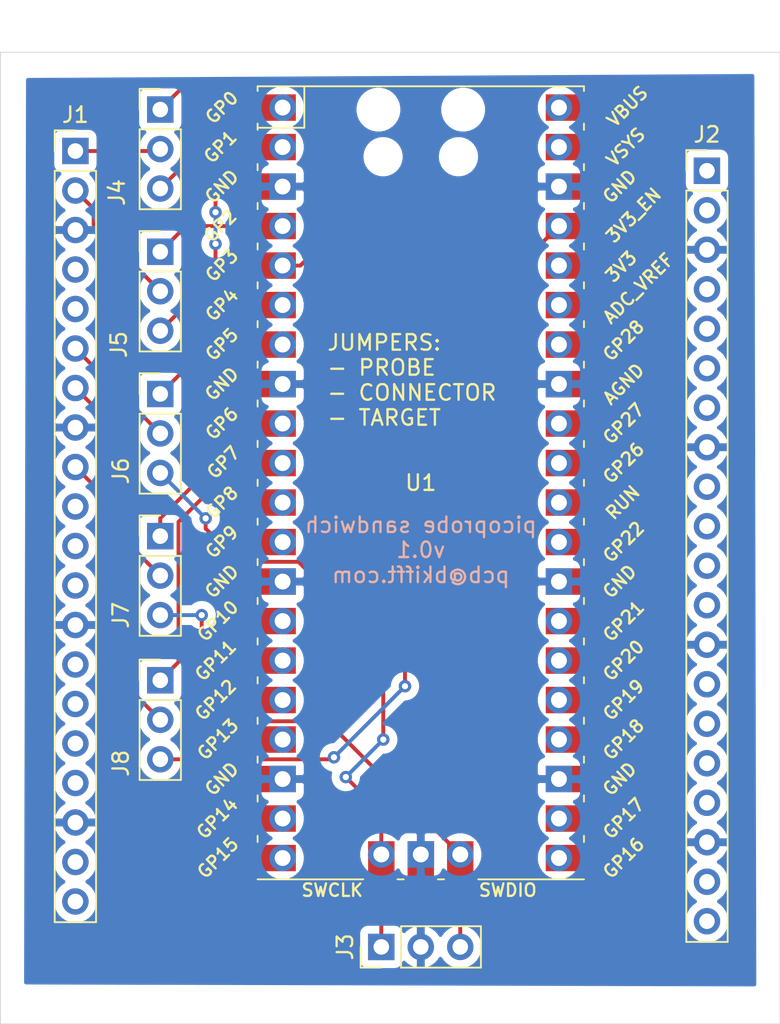
<source format=kicad_pcb>
(kicad_pcb (version 20171130) (host pcbnew "(5.1.12)-1")

  (general
    (thickness 1.6)
    (drawings 8)
    (tracks 70)
    (zones 0)
    (modules 9)
    (nets 68)
  )

  (page A4)
  (layers
    (0 F.Cu signal)
    (31 B.Cu signal)
    (32 B.Adhes user)
    (33 F.Adhes user)
    (34 B.Paste user)
    (35 F.Paste user)
    (36 B.SilkS user)
    (37 F.SilkS user)
    (38 B.Mask user)
    (39 F.Mask user)
    (40 Dwgs.User user)
    (41 Cmts.User user)
    (42 Eco1.User user)
    (43 Eco2.User user)
    (44 Edge.Cuts user)
    (45 Margin user)
    (46 B.CrtYd user)
    (47 F.CrtYd user)
    (48 B.Fab user)
    (49 F.Fab user)
  )

  (setup
    (last_trace_width 0.25)
    (trace_clearance 0.2)
    (zone_clearance 0.508)
    (zone_45_only no)
    (trace_min 0.2)
    (via_size 0.8)
    (via_drill 0.4)
    (via_min_size 0.4)
    (via_min_drill 0.3)
    (uvia_size 0.3)
    (uvia_drill 0.1)
    (uvias_allowed no)
    (uvia_min_size 0.2)
    (uvia_min_drill 0.1)
    (edge_width 0.05)
    (segment_width 0.2)
    (pcb_text_width 0.3)
    (pcb_text_size 1.5 1.5)
    (mod_edge_width 0.12)
    (mod_text_size 1 1)
    (mod_text_width 0.15)
    (pad_size 1.524 1.524)
    (pad_drill 0.762)
    (pad_to_mask_clearance 0)
    (aux_axis_origin 0 0)
    (visible_elements FFFFFF7F)
    (pcbplotparams
      (layerselection 0x310fc_ffffffff)
      (usegerberextensions true)
      (usegerberattributes true)
      (usegerberadvancedattributes true)
      (creategerberjobfile true)
      (excludeedgelayer true)
      (linewidth 0.100000)
      (plotframeref false)
      (viasonmask false)
      (mode 1)
      (useauxorigin false)
      (hpglpennumber 1)
      (hpglpenspeed 20)
      (hpglpendiameter 15.000000)
      (psnegative false)
      (psa4output false)
      (plotreference true)
      (plotvalue true)
      (plotinvisibletext false)
      (padsonsilk false)
      (subtractmaskfromsilk true)
      (outputformat 1)
      (mirror false)
      (drillshape 0)
      (scaleselection 1)
      (outputdirectory ""))
  )

  (net 0 "")
  (net 1 "Net-(J1-Pad20)")
  (net 2 "Net-(J1-Pad19)")
  (net 3 "Net-(J1-Pad17)")
  (net 4 "Net-(J1-Pad16)")
  (net 5 "Net-(J1-Pad15)")
  (net 6 "Net-(J1-Pad14)")
  (net 7 "Net-(J1-Pad12)")
  (net 8 "Net-(J1-Pad11)")
  (net 9 "Net-(J1-Pad10)")
  (net 10 "Net-(J1-Pad5)")
  (net 11 "Net-(J1-Pad4)")
  (net 12 "Net-(J2-Pad20)")
  (net 13 "Net-(J2-Pad19)")
  (net 14 "Net-(J2-Pad17)")
  (net 15 "Net-(J2-Pad16)")
  (net 16 "Net-(J2-Pad15)")
  (net 17 "Net-(J2-Pad14)")
  (net 18 "Net-(J2-Pad12)")
  (net 19 "Net-(J2-Pad11)")
  (net 20 "Net-(J2-Pad10)")
  (net 21 "Net-(J2-Pad9)")
  (net 22 "Net-(J2-Pad7)")
  (net 23 "Net-(J2-Pad6)")
  (net 24 "Net-(J2-Pad5)")
  (net 25 "Net-(J2-Pad4)")
  (net 26 "Net-(J2-Pad2)")
  (net 27 "Net-(J2-Pad1)")
  (net 28 "Net-(U1-Pad21)")
  (net 29 "Net-(U1-Pad22)")
  (net 30 GND)
  (net 31 "Net-(U1-Pad24)")
  (net 32 "Net-(U1-Pad25)")
  (net 33 "Net-(U1-Pad26)")
  (net 34 "Net-(U1-Pad27)")
  (net 35 "Net-(U1-Pad29)")
  (net 36 "Net-(U1-Pad30)")
  (net 37 "Net-(U1-Pad31)")
  (net 38 "Net-(U1-Pad32)")
  (net 39 "Net-(U1-Pad34)")
  (net 40 "Net-(U1-Pad35)")
  (net 41 "Net-(U1-Pad36)")
  (net 42 tar_rst)
  (net 43 "Net-(U1-Pad39)")
  (net 44 "Net-(U1-Pad40)")
  (net 45 "Net-(U1-Pad20)")
  (net 46 "Net-(U1-Pad19)")
  (net 47 "Net-(U1-Pad17)")
  (net 48 "Net-(U1-Pad16)")
  (net 49 "Net-(U1-Pad15)")
  (net 50 "Net-(U1-Pad14)")
  (net 51 "Net-(U1-Pad12)")
  (net 52 "Net-(U1-Pad11)")
  (net 53 "Net-(U1-Pad10)")
  (net 54 pro_rst)
  (net 55 pro_swdio)
  (net 56 pro_swclk)
  (net 57 pro_tx)
  (net 58 pro_rx)
  (net 59 tar_tx)
  (net 60 tar_rx)
  (net 61 RST)
  (net 62 SWDIO)
  (net 63 SWCLK)
  (net 64 UART2)
  (net 65 UART1)
  (net 66 tar_swdio)
  (net 67 tar_swclk)

  (net_class Default "This is the default net class."
    (clearance 0.2)
    (trace_width 0.25)
    (via_dia 0.8)
    (via_drill 0.4)
    (uvia_dia 0.3)
    (uvia_drill 0.1)
    (add_net GND)
    (add_net "Net-(J1-Pad10)")
    (add_net "Net-(J1-Pad11)")
    (add_net "Net-(J1-Pad12)")
    (add_net "Net-(J1-Pad14)")
    (add_net "Net-(J1-Pad15)")
    (add_net "Net-(J1-Pad16)")
    (add_net "Net-(J1-Pad17)")
    (add_net "Net-(J1-Pad19)")
    (add_net "Net-(J1-Pad20)")
    (add_net "Net-(J1-Pad4)")
    (add_net "Net-(J1-Pad5)")
    (add_net "Net-(J2-Pad1)")
    (add_net "Net-(J2-Pad10)")
    (add_net "Net-(J2-Pad11)")
    (add_net "Net-(J2-Pad12)")
    (add_net "Net-(J2-Pad14)")
    (add_net "Net-(J2-Pad15)")
    (add_net "Net-(J2-Pad16)")
    (add_net "Net-(J2-Pad17)")
    (add_net "Net-(J2-Pad19)")
    (add_net "Net-(J2-Pad2)")
    (add_net "Net-(J2-Pad20)")
    (add_net "Net-(J2-Pad4)")
    (add_net "Net-(J2-Pad5)")
    (add_net "Net-(J2-Pad6)")
    (add_net "Net-(J2-Pad7)")
    (add_net "Net-(J2-Pad9)")
    (add_net "Net-(U1-Pad10)")
    (add_net "Net-(U1-Pad11)")
    (add_net "Net-(U1-Pad12)")
    (add_net "Net-(U1-Pad14)")
    (add_net "Net-(U1-Pad15)")
    (add_net "Net-(U1-Pad16)")
    (add_net "Net-(U1-Pad17)")
    (add_net "Net-(U1-Pad19)")
    (add_net "Net-(U1-Pad20)")
    (add_net "Net-(U1-Pad21)")
    (add_net "Net-(U1-Pad22)")
    (add_net "Net-(U1-Pad24)")
    (add_net "Net-(U1-Pad25)")
    (add_net "Net-(U1-Pad26)")
    (add_net "Net-(U1-Pad27)")
    (add_net "Net-(U1-Pad29)")
    (add_net "Net-(U1-Pad30)")
    (add_net "Net-(U1-Pad31)")
    (add_net "Net-(U1-Pad32)")
    (add_net "Net-(U1-Pad34)")
    (add_net "Net-(U1-Pad35)")
    (add_net "Net-(U1-Pad36)")
    (add_net "Net-(U1-Pad39)")
    (add_net "Net-(U1-Pad40)")
    (add_net RST)
    (add_net SWCLK)
    (add_net SWDIO)
    (add_net UART1)
    (add_net UART2)
    (add_net pro_rst)
    (add_net pro_rx)
    (add_net pro_swclk)
    (add_net pro_swdio)
    (add_net pro_tx)
    (add_net tar_rst)
    (add_net tar_rx)
    (add_net tar_swclk)
    (add_net tar_swdio)
    (add_net tar_tx)
  )

  (module Connector_PinHeader_2.54mm:PinHeader_1x03_P2.54mm_Vertical (layer F.Cu) (tedit 59FED5CC) (tstamp 629BE85B)
    (at 74.803 121.412)
    (descr "Through hole straight pin header, 1x03, 2.54mm pitch, single row")
    (tags "Through hole pin header THT 1x03 2.54mm single row")
    (path /629BD577)
    (fp_text reference J8 (at -2.54 5.334 90) (layer F.SilkS)
      (effects (font (size 1 1) (thickness 0.15)))
    )
    (fp_text value RST (at -2.54 2.667 90) (layer F.Fab)
      (effects (font (size 1 1) (thickness 0.15)))
    )
    (fp_text user %R (at 0 2.54 90) (layer F.Fab)
      (effects (font (size 1 1) (thickness 0.15)))
    )
    (fp_line (start -0.635 -1.27) (end 1.27 -1.27) (layer F.Fab) (width 0.1))
    (fp_line (start 1.27 -1.27) (end 1.27 6.35) (layer F.Fab) (width 0.1))
    (fp_line (start 1.27 6.35) (end -1.27 6.35) (layer F.Fab) (width 0.1))
    (fp_line (start -1.27 6.35) (end -1.27 -0.635) (layer F.Fab) (width 0.1))
    (fp_line (start -1.27 -0.635) (end -0.635 -1.27) (layer F.Fab) (width 0.1))
    (fp_line (start -1.33 6.41) (end 1.33 6.41) (layer F.SilkS) (width 0.12))
    (fp_line (start -1.33 1.27) (end -1.33 6.41) (layer F.SilkS) (width 0.12))
    (fp_line (start 1.33 1.27) (end 1.33 6.41) (layer F.SilkS) (width 0.12))
    (fp_line (start -1.33 1.27) (end 1.33 1.27) (layer F.SilkS) (width 0.12))
    (fp_line (start -1.33 0) (end -1.33 -1.33) (layer F.SilkS) (width 0.12))
    (fp_line (start -1.33 -1.33) (end 0 -1.33) (layer F.SilkS) (width 0.12))
    (fp_line (start -1.8 -1.8) (end -1.8 6.85) (layer F.CrtYd) (width 0.05))
    (fp_line (start -1.8 6.85) (end 1.8 6.85) (layer F.CrtYd) (width 0.05))
    (fp_line (start 1.8 6.85) (end 1.8 -1.8) (layer F.CrtYd) (width 0.05))
    (fp_line (start 1.8 -1.8) (end -1.8 -1.8) (layer F.CrtYd) (width 0.05))
    (pad 3 thru_hole oval (at 0 5.08) (size 1.7 1.7) (drill 1) (layers *.Cu *.Mask)
      (net 42 tar_rst))
    (pad 2 thru_hole oval (at 0 2.54) (size 1.7 1.7) (drill 1) (layers *.Cu *.Mask)
      (net 61 RST))
    (pad 1 thru_hole rect (at 0 0) (size 1.7 1.7) (drill 1) (layers *.Cu *.Mask)
      (net 54 pro_rst))
    (model ${KISYS3DMOD}/Connector_PinHeader_2.54mm.3dshapes/PinHeader_1x03_P2.54mm_Vertical.wrl
      (at (xyz 0 0 0))
      (scale (xyz 1 1 1))
      (rotate (xyz 0 0 0))
    )
  )

  (module Connector_PinHeader_2.54mm:PinHeader_1x03_P2.54mm_Vertical (layer F.Cu) (tedit 59FED5CC) (tstamp 629BF1AF)
    (at 74.803 112.141)
    (descr "Through hole straight pin header, 1x03, 2.54mm pitch, single row")
    (tags "Through hole pin header THT 1x03 2.54mm single row")
    (path /629BD076)
    (fp_text reference J7 (at -2.54 5.08 270) (layer F.SilkS)
      (effects (font (size 1 1) (thickness 0.15)))
    )
    (fp_text value SWDIO (at -2.794 1.27 90) (layer F.Fab)
      (effects (font (size 1 1) (thickness 0.15)))
    )
    (fp_text user %R (at 0 2.54 90) (layer F.Fab)
      (effects (font (size 1 1) (thickness 0.15)))
    )
    (fp_line (start -0.635 -1.27) (end 1.27 -1.27) (layer F.Fab) (width 0.1))
    (fp_line (start 1.27 -1.27) (end 1.27 6.35) (layer F.Fab) (width 0.1))
    (fp_line (start 1.27 6.35) (end -1.27 6.35) (layer F.Fab) (width 0.1))
    (fp_line (start -1.27 6.35) (end -1.27 -0.635) (layer F.Fab) (width 0.1))
    (fp_line (start -1.27 -0.635) (end -0.635 -1.27) (layer F.Fab) (width 0.1))
    (fp_line (start -1.33 6.41) (end 1.33 6.41) (layer F.SilkS) (width 0.12))
    (fp_line (start -1.33 1.27) (end -1.33 6.41) (layer F.SilkS) (width 0.12))
    (fp_line (start 1.33 1.27) (end 1.33 6.41) (layer F.SilkS) (width 0.12))
    (fp_line (start -1.33 1.27) (end 1.33 1.27) (layer F.SilkS) (width 0.12))
    (fp_line (start -1.33 0) (end -1.33 -1.33) (layer F.SilkS) (width 0.12))
    (fp_line (start -1.33 -1.33) (end 0 -1.33) (layer F.SilkS) (width 0.12))
    (fp_line (start -1.8 -1.8) (end -1.8 6.85) (layer F.CrtYd) (width 0.05))
    (fp_line (start -1.8 6.85) (end 1.8 6.85) (layer F.CrtYd) (width 0.05))
    (fp_line (start 1.8 6.85) (end 1.8 -1.8) (layer F.CrtYd) (width 0.05))
    (fp_line (start 1.8 -1.8) (end -1.8 -1.8) (layer F.CrtYd) (width 0.05))
    (pad 3 thru_hole oval (at 0 5.08) (size 1.7 1.7) (drill 1) (layers *.Cu *.Mask)
      (net 66 tar_swdio))
    (pad 2 thru_hole oval (at 0 2.54) (size 1.7 1.7) (drill 1) (layers *.Cu *.Mask)
      (net 62 SWDIO))
    (pad 1 thru_hole rect (at 0 0) (size 1.7 1.7) (drill 1) (layers *.Cu *.Mask)
      (net 55 pro_swdio))
    (model ${KISYS3DMOD}/Connector_PinHeader_2.54mm.3dshapes/PinHeader_1x03_P2.54mm_Vertical.wrl
      (at (xyz 0 0 0))
      (scale (xyz 1 1 1))
      (rotate (xyz 0 0 0))
    )
  )

  (module Connector_PinHeader_2.54mm:PinHeader_1x03_P2.54mm_Vertical (layer F.Cu) (tedit 59FED5CC) (tstamp 629BEDF1)
    (at 74.803 102.997)
    (descr "Through hole straight pin header, 1x03, 2.54mm pitch, single row")
    (tags "Through hole pin header THT 1x03 2.54mm single row")
    (path /629BCA7F)
    (fp_text reference J6 (at -2.54 4.953 90) (layer F.SilkS)
      (effects (font (size 1 1) (thickness 0.15)))
    )
    (fp_text value SWCLK (at -2.54 0.635 270) (layer F.Fab)
      (effects (font (size 1 1) (thickness 0.15)))
    )
    (fp_text user %R (at 0 2.54 90) (layer F.Fab)
      (effects (font (size 1 1) (thickness 0.15)))
    )
    (fp_line (start -0.635 -1.27) (end 1.27 -1.27) (layer F.Fab) (width 0.1))
    (fp_line (start 1.27 -1.27) (end 1.27 6.35) (layer F.Fab) (width 0.1))
    (fp_line (start 1.27 6.35) (end -1.27 6.35) (layer F.Fab) (width 0.1))
    (fp_line (start -1.27 6.35) (end -1.27 -0.635) (layer F.Fab) (width 0.1))
    (fp_line (start -1.27 -0.635) (end -0.635 -1.27) (layer F.Fab) (width 0.1))
    (fp_line (start -1.33 6.41) (end 1.33 6.41) (layer F.SilkS) (width 0.12))
    (fp_line (start -1.33 1.27) (end -1.33 6.41) (layer F.SilkS) (width 0.12))
    (fp_line (start 1.33 1.27) (end 1.33 6.41) (layer F.SilkS) (width 0.12))
    (fp_line (start -1.33 1.27) (end 1.33 1.27) (layer F.SilkS) (width 0.12))
    (fp_line (start -1.33 0) (end -1.33 -1.33) (layer F.SilkS) (width 0.12))
    (fp_line (start -1.33 -1.33) (end 0 -1.33) (layer F.SilkS) (width 0.12))
    (fp_line (start -1.8 -1.8) (end -1.8 6.85) (layer F.CrtYd) (width 0.05))
    (fp_line (start -1.8 6.85) (end 1.8 6.85) (layer F.CrtYd) (width 0.05))
    (fp_line (start 1.8 6.85) (end 1.8 -1.8) (layer F.CrtYd) (width 0.05))
    (fp_line (start 1.8 -1.8) (end -1.8 -1.8) (layer F.CrtYd) (width 0.05))
    (pad 3 thru_hole oval (at 0 5.08) (size 1.7 1.7) (drill 1) (layers *.Cu *.Mask)
      (net 67 tar_swclk))
    (pad 2 thru_hole oval (at 0 2.54) (size 1.7 1.7) (drill 1) (layers *.Cu *.Mask)
      (net 63 SWCLK))
    (pad 1 thru_hole rect (at 0 0) (size 1.7 1.7) (drill 1) (layers *.Cu *.Mask)
      (net 56 pro_swclk))
    (model ${KISYS3DMOD}/Connector_PinHeader_2.54mm.3dshapes/PinHeader_1x03_P2.54mm_Vertical.wrl
      (at (xyz 0 0 0))
      (scale (xyz 1 1 1))
      (rotate (xyz 0 0 0))
    )
  )

  (module Connector_PinHeader_2.54mm:PinHeader_1x03_P2.54mm_Vertical (layer F.Cu) (tedit 59FED5CC) (tstamp 629BDF7D)
    (at 74.803 93.853)
    (descr "Through hole straight pin header, 1x03, 2.54mm pitch, single row")
    (tags "Through hole pin header THT 1x03 2.54mm single row")
    (path /629BC1C3)
    (fp_text reference J5 (at -2.667 5.969 270) (layer F.SilkS)
      (effects (font (size 1 1) (thickness 0.15)))
    )
    (fp_text value "UART 2" (at -2.54 2.159 270) (layer F.Fab)
      (effects (font (size 1 1) (thickness 0.15)))
    )
    (fp_text user %R (at 0 2.54 90) (layer F.Fab)
      (effects (font (size 1 1) (thickness 0.15)))
    )
    (fp_line (start -0.635 -1.27) (end 1.27 -1.27) (layer F.Fab) (width 0.1))
    (fp_line (start 1.27 -1.27) (end 1.27 6.35) (layer F.Fab) (width 0.1))
    (fp_line (start 1.27 6.35) (end -1.27 6.35) (layer F.Fab) (width 0.1))
    (fp_line (start -1.27 6.35) (end -1.27 -0.635) (layer F.Fab) (width 0.1))
    (fp_line (start -1.27 -0.635) (end -0.635 -1.27) (layer F.Fab) (width 0.1))
    (fp_line (start -1.33 6.41) (end 1.33 6.41) (layer F.SilkS) (width 0.12))
    (fp_line (start -1.33 1.27) (end -1.33 6.41) (layer F.SilkS) (width 0.12))
    (fp_line (start 1.33 1.27) (end 1.33 6.41) (layer F.SilkS) (width 0.12))
    (fp_line (start -1.33 1.27) (end 1.33 1.27) (layer F.SilkS) (width 0.12))
    (fp_line (start -1.33 0) (end -1.33 -1.33) (layer F.SilkS) (width 0.12))
    (fp_line (start -1.33 -1.33) (end 0 -1.33) (layer F.SilkS) (width 0.12))
    (fp_line (start -1.8 -1.8) (end -1.8 6.85) (layer F.CrtYd) (width 0.05))
    (fp_line (start -1.8 6.85) (end 1.8 6.85) (layer F.CrtYd) (width 0.05))
    (fp_line (start 1.8 6.85) (end 1.8 -1.8) (layer F.CrtYd) (width 0.05))
    (fp_line (start 1.8 -1.8) (end -1.8 -1.8) (layer F.CrtYd) (width 0.05))
    (pad 3 thru_hole oval (at 0 5.08) (size 1.7 1.7) (drill 1) (layers *.Cu *.Mask)
      (net 59 tar_tx))
    (pad 2 thru_hole oval (at 0 2.54) (size 1.7 1.7) (drill 1) (layers *.Cu *.Mask)
      (net 64 UART2))
    (pad 1 thru_hole rect (at 0 0) (size 1.7 1.7) (drill 1) (layers *.Cu *.Mask)
      (net 58 pro_rx))
    (model ${KISYS3DMOD}/Connector_PinHeader_2.54mm.3dshapes/PinHeader_1x03_P2.54mm_Vertical.wrl
      (at (xyz 0 0 0))
      (scale (xyz 1 1 1))
      (rotate (xyz 0 0 0))
    )
  )

  (module Connector_PinHeader_2.54mm:PinHeader_1x03_P2.54mm_Vertical (layer F.Cu) (tedit 59FED5CC) (tstamp 629BEEE7)
    (at 74.803 84.709)
    (descr "Through hole straight pin header, 1x03, 2.54mm pitch, single row")
    (tags "Through hole pin header THT 1x03 2.54mm single row")
    (path /629B9D59)
    (fp_text reference J4 (at -2.794 5.334 90) (layer F.SilkS)
      (effects (font (size 1 1) (thickness 0.15)))
    )
    (fp_text value "UART 1" (at -2.794 1.016 270) (layer F.Fab)
      (effects (font (size 1 1) (thickness 0.15)))
    )
    (fp_text user %R (at 0 2.54 90) (layer F.Fab)
      (effects (font (size 1 1) (thickness 0.15)))
    )
    (fp_line (start -0.635 -1.27) (end 1.27 -1.27) (layer F.Fab) (width 0.1))
    (fp_line (start 1.27 -1.27) (end 1.27 6.35) (layer F.Fab) (width 0.1))
    (fp_line (start 1.27 6.35) (end -1.27 6.35) (layer F.Fab) (width 0.1))
    (fp_line (start -1.27 6.35) (end -1.27 -0.635) (layer F.Fab) (width 0.1))
    (fp_line (start -1.27 -0.635) (end -0.635 -1.27) (layer F.Fab) (width 0.1))
    (fp_line (start -1.33 6.41) (end 1.33 6.41) (layer F.SilkS) (width 0.12))
    (fp_line (start -1.33 1.27) (end -1.33 6.41) (layer F.SilkS) (width 0.12))
    (fp_line (start 1.33 1.27) (end 1.33 6.41) (layer F.SilkS) (width 0.12))
    (fp_line (start -1.33 1.27) (end 1.33 1.27) (layer F.SilkS) (width 0.12))
    (fp_line (start -1.33 0) (end -1.33 -1.33) (layer F.SilkS) (width 0.12))
    (fp_line (start -1.33 -1.33) (end 0 -1.33) (layer F.SilkS) (width 0.12))
    (fp_line (start -1.8 -1.8) (end -1.8 6.85) (layer F.CrtYd) (width 0.05))
    (fp_line (start -1.8 6.85) (end 1.8 6.85) (layer F.CrtYd) (width 0.05))
    (fp_line (start 1.8 6.85) (end 1.8 -1.8) (layer F.CrtYd) (width 0.05))
    (fp_line (start 1.8 -1.8) (end -1.8 -1.8) (layer F.CrtYd) (width 0.05))
    (pad 3 thru_hole oval (at 0 5.08) (size 1.7 1.7) (drill 1) (layers *.Cu *.Mask)
      (net 60 tar_rx))
    (pad 2 thru_hole oval (at 0 2.54) (size 1.7 1.7) (drill 1) (layers *.Cu *.Mask)
      (net 65 UART1))
    (pad 1 thru_hole rect (at 0 0) (size 1.7 1.7) (drill 1) (layers *.Cu *.Mask)
      (net 57 pro_tx))
    (model ${KISYS3DMOD}/Connector_PinHeader_2.54mm.3dshapes/PinHeader_1x03_P2.54mm_Vertical.wrl
      (at (xyz 0 0 0))
      (scale (xyz 1 1 1))
      (rotate (xyz 0 0 0))
    )
  )

  (module Connector_PinHeader_2.54mm:PinHeader_1x03_P2.54mm_Vertical (layer F.Cu) (tedit 59FED5CC) (tstamp 629BDF4F)
    (at 89.027 138.557 90)
    (descr "Through hole straight pin header, 1x03, 2.54mm pitch, single row")
    (tags "Through hole pin header THT 1x03 2.54mm single row")
    (path /629C7D73)
    (fp_text reference J3 (at 0 -2.33 90) (layer F.SilkS)
      (effects (font (size 1 1) (thickness 0.15)))
    )
    (fp_text value SWD (at 0 7.41 90) (layer F.Fab)
      (effects (font (size 1 1) (thickness 0.15)))
    )
    (fp_text user %R (at 0 2.54 270) (layer F.Fab)
      (effects (font (size 1 1) (thickness 0.15)))
    )
    (fp_line (start -0.635 -1.27) (end 1.27 -1.27) (layer F.Fab) (width 0.1))
    (fp_line (start 1.27 -1.27) (end 1.27 6.35) (layer F.Fab) (width 0.1))
    (fp_line (start 1.27 6.35) (end -1.27 6.35) (layer F.Fab) (width 0.1))
    (fp_line (start -1.27 6.35) (end -1.27 -0.635) (layer F.Fab) (width 0.1))
    (fp_line (start -1.27 -0.635) (end -0.635 -1.27) (layer F.Fab) (width 0.1))
    (fp_line (start -1.33 6.41) (end 1.33 6.41) (layer F.SilkS) (width 0.12))
    (fp_line (start -1.33 1.27) (end -1.33 6.41) (layer F.SilkS) (width 0.12))
    (fp_line (start 1.33 1.27) (end 1.33 6.41) (layer F.SilkS) (width 0.12))
    (fp_line (start -1.33 1.27) (end 1.33 1.27) (layer F.SilkS) (width 0.12))
    (fp_line (start -1.33 0) (end -1.33 -1.33) (layer F.SilkS) (width 0.12))
    (fp_line (start -1.33 -1.33) (end 0 -1.33) (layer F.SilkS) (width 0.12))
    (fp_line (start -1.8 -1.8) (end -1.8 6.85) (layer F.CrtYd) (width 0.05))
    (fp_line (start -1.8 6.85) (end 1.8 6.85) (layer F.CrtYd) (width 0.05))
    (fp_line (start 1.8 6.85) (end 1.8 -1.8) (layer F.CrtYd) (width 0.05))
    (fp_line (start 1.8 -1.8) (end -1.8 -1.8) (layer F.CrtYd) (width 0.05))
    (pad 3 thru_hole oval (at 0 5.08 90) (size 1.7 1.7) (drill 1) (layers *.Cu *.Mask)
      (net 66 tar_swdio))
    (pad 2 thru_hole oval (at 0 2.54 90) (size 1.7 1.7) (drill 1) (layers *.Cu *.Mask)
      (net 30 GND))
    (pad 1 thru_hole rect (at 0 0 90) (size 1.7 1.7) (drill 1) (layers *.Cu *.Mask)
      (net 67 tar_swclk))
    (model ${KISYS3DMOD}/Connector_PinHeader_2.54mm.3dshapes/PinHeader_1x03_P2.54mm_Vertical.wrl
      (at (xyz 0 0 0))
      (scale (xyz 1 1 1))
      (rotate (xyz 0 0 0))
    )
  )

  (module MCU_RaspberryPi_and_Boards:RPi_Pico_SMD_TH (layer F.Cu) (tedit 5F638C80) (tstamp 629BD7F2)
    (at 91.567 108.712)
    (descr "Through hole straight pin header, 2x20, 2.54mm pitch, double rows")
    (tags "Through hole pin header THT 2x20 2.54mm double row")
    (path /629C84DA)
    (fp_text reference U1 (at 0 0) (layer F.SilkS)
      (effects (font (size 1 1) (thickness 0.15)))
    )
    (fp_text value Pico (at 0 2.159) (layer F.Fab)
      (effects (font (size 1 1) (thickness 0.15)))
    )
    (fp_text user "Copper Keepouts shown on Dwgs layer" (at 0.1 -30.2) (layer Cmts.User)
      (effects (font (size 1 1) (thickness 0.15)))
    )
    (fp_text user SWDIO (at 5.6 26.2) (layer F.SilkS)
      (effects (font (size 0.8 0.8) (thickness 0.15)))
    )
    (fp_text user SWCLK (at -5.7 26.2) (layer F.SilkS)
      (effects (font (size 0.8 0.8) (thickness 0.15)))
    )
    (fp_text user AGND (at 13.054 -6.35 45) (layer F.SilkS)
      (effects (font (size 0.8 0.8) (thickness 0.15)))
    )
    (fp_text user GND (at 12.8 -19.05 45) (layer F.SilkS)
      (effects (font (size 0.8 0.8) (thickness 0.15)))
    )
    (fp_text user GND (at 12.8 6.35 45) (layer F.SilkS)
      (effects (font (size 0.8 0.8) (thickness 0.15)))
    )
    (fp_text user GND (at 12.8 19.05 45) (layer F.SilkS)
      (effects (font (size 0.8 0.8) (thickness 0.15)))
    )
    (fp_text user GND (at -12.8 19.05 45) (layer F.SilkS)
      (effects (font (size 0.8 0.8) (thickness 0.15)))
    )
    (fp_text user GND (at -12.8 6.35 45) (layer F.SilkS)
      (effects (font (size 0.8 0.8) (thickness 0.15)))
    )
    (fp_text user GND (at -12.8 -6.35 45) (layer F.SilkS)
      (effects (font (size 0.8 0.8) (thickness 0.15)))
    )
    (fp_text user GND (at -12.8 -19.05 45) (layer F.SilkS)
      (effects (font (size 0.8 0.8) (thickness 0.15)))
    )
    (fp_text user VBUS (at 13.3 -24.2 45) (layer F.SilkS)
      (effects (font (size 0.8 0.8) (thickness 0.15)))
    )
    (fp_text user VSYS (at 13.2 -21.59 45) (layer F.SilkS)
      (effects (font (size 0.8 0.8) (thickness 0.15)))
    )
    (fp_text user 3V3_EN (at 13.7 -17.2 45) (layer F.SilkS)
      (effects (font (size 0.8 0.8) (thickness 0.15)))
    )
    (fp_text user 3V3 (at 12.9 -13.9 45) (layer F.SilkS)
      (effects (font (size 0.8 0.8) (thickness 0.15)))
    )
    (fp_text user ADC_VREF (at 14 -12.5 45) (layer F.SilkS)
      (effects (font (size 0.8 0.8) (thickness 0.15)))
    )
    (fp_text user GP28 (at 13.054 -9.144 45) (layer F.SilkS)
      (effects (font (size 0.8 0.8) (thickness 0.15)))
    )
    (fp_text user GP27 (at 13.054 -3.8 45) (layer F.SilkS)
      (effects (font (size 0.8 0.8) (thickness 0.15)))
    )
    (fp_text user GP26 (at 13.054 -1.27 45) (layer F.SilkS)
      (effects (font (size 0.8 0.8) (thickness 0.15)))
    )
    (fp_text user RUN (at 13 1.27 45) (layer F.SilkS)
      (effects (font (size 0.8 0.8) (thickness 0.15)))
    )
    (fp_text user GP22 (at 13.054 3.81 45) (layer F.SilkS)
      (effects (font (size 0.8 0.8) (thickness 0.15)))
    )
    (fp_text user GP21 (at 13.054 8.9 45) (layer F.SilkS)
      (effects (font (size 0.8 0.8) (thickness 0.15)))
    )
    (fp_text user GP20 (at 13.054 11.43 45) (layer F.SilkS)
      (effects (font (size 0.8 0.8) (thickness 0.15)))
    )
    (fp_text user GP19 (at 13.054 13.97 45) (layer F.SilkS)
      (effects (font (size 0.8 0.8) (thickness 0.15)))
    )
    (fp_text user GP18 (at 13.054 16.51 45) (layer F.SilkS)
      (effects (font (size 0.8 0.8) (thickness 0.15)))
    )
    (fp_text user GP17 (at 13.054 21.59 45) (layer F.SilkS)
      (effects (font (size 0.8 0.8) (thickness 0.15)))
    )
    (fp_text user GP16 (at 13.054 24.13 45) (layer F.SilkS)
      (effects (font (size 0.8 0.8) (thickness 0.15)))
    )
    (fp_text user GP15 (at -13.054 24.13 45) (layer F.SilkS)
      (effects (font (size 0.8 0.8) (thickness 0.15)))
    )
    (fp_text user GP14 (at -13.1 21.59 45) (layer F.SilkS)
      (effects (font (size 0.8 0.8) (thickness 0.15)))
    )
    (fp_text user GP13 (at -13.054 16.51 45) (layer F.SilkS)
      (effects (font (size 0.8 0.8) (thickness 0.15)))
    )
    (fp_text user GP12 (at -13.2 13.97 45) (layer F.SilkS)
      (effects (font (size 0.8 0.8) (thickness 0.15)))
    )
    (fp_text user GP11 (at -13.2 11.43 45) (layer F.SilkS)
      (effects (font (size 0.8 0.8) (thickness 0.15)))
    )
    (fp_text user GP10 (at -13.054 8.89 45) (layer F.SilkS)
      (effects (font (size 0.8 0.8) (thickness 0.15)))
    )
    (fp_text user GP9 (at -12.8 3.81 45) (layer F.SilkS)
      (effects (font (size 0.8 0.8) (thickness 0.15)))
    )
    (fp_text user GP8 (at -12.8 1.27 45) (layer F.SilkS)
      (effects (font (size 0.8 0.8) (thickness 0.15)))
    )
    (fp_text user GP7 (at -12.7 -1.3 45) (layer F.SilkS)
      (effects (font (size 0.8 0.8) (thickness 0.15)))
    )
    (fp_text user GP6 (at -12.8 -3.81 45) (layer F.SilkS)
      (effects (font (size 0.8 0.8) (thickness 0.15)))
    )
    (fp_text user GP5 (at -12.8 -8.89 45) (layer F.SilkS)
      (effects (font (size 0.8 0.8) (thickness 0.15)))
    )
    (fp_text user GP4 (at -12.8 -11.43 45) (layer F.SilkS)
      (effects (font (size 0.8 0.8) (thickness 0.15)))
    )
    (fp_text user GP3 (at -12.8 -13.97 45) (layer F.SilkS)
      (effects (font (size 0.8 0.8) (thickness 0.15)))
    )
    (fp_text user GP0 (at -12.8 -24.13 45) (layer F.SilkS)
      (effects (font (size 0.8 0.8) (thickness 0.15)))
    )
    (fp_text user GP2 (at -12.9 -16.51 45) (layer F.SilkS)
      (effects (font (size 0.8 0.8) (thickness 0.15)))
    )
    (fp_text user GP1 (at -12.9 -21.6 45) (layer F.SilkS)
      (effects (font (size 0.8 0.8) (thickness 0.15)))
    )
    (fp_text user %R (at 0 0 180) (layer F.Fab)
      (effects (font (size 1 1) (thickness 0.15)))
    )
    (fp_line (start 1.1 25.5) (end 1.5 25.5) (layer F.SilkS) (width 0.12))
    (fp_line (start -1.5 25.5) (end -1.1 25.5) (layer F.SilkS) (width 0.12))
    (fp_line (start 10.5 25.5) (end 3.7 25.5) (layer F.SilkS) (width 0.12))
    (fp_line (start 10.5 15.1) (end 10.5 15.5) (layer F.SilkS) (width 0.12))
    (fp_line (start 10.5 7.4) (end 10.5 7.8) (layer F.SilkS) (width 0.12))
    (fp_line (start 10.5 -18) (end 10.5 -17.6) (layer F.SilkS) (width 0.12))
    (fp_line (start 10.5 -25.5) (end 10.5 -25.2) (layer F.SilkS) (width 0.12))
    (fp_line (start 10.5 -2.7) (end 10.5 -2.3) (layer F.SilkS) (width 0.12))
    (fp_line (start 10.5 12.5) (end 10.5 12.9) (layer F.SilkS) (width 0.12))
    (fp_line (start 10.5 -7.8) (end 10.5 -7.4) (layer F.SilkS) (width 0.12))
    (fp_line (start 10.5 -12.9) (end 10.5 -12.5) (layer F.SilkS) (width 0.12))
    (fp_line (start 10.5 -0.2) (end 10.5 0.2) (layer F.SilkS) (width 0.12))
    (fp_line (start 10.5 4.9) (end 10.5 5.3) (layer F.SilkS) (width 0.12))
    (fp_line (start 10.5 20.1) (end 10.5 20.5) (layer F.SilkS) (width 0.12))
    (fp_line (start 10.5 22.7) (end 10.5 23.1) (layer F.SilkS) (width 0.12))
    (fp_line (start 10.5 17.6) (end 10.5 18) (layer F.SilkS) (width 0.12))
    (fp_line (start 10.5 -15.4) (end 10.5 -15) (layer F.SilkS) (width 0.12))
    (fp_line (start 10.5 -23.1) (end 10.5 -22.7) (layer F.SilkS) (width 0.12))
    (fp_line (start 10.5 -20.5) (end 10.5 -20.1) (layer F.SilkS) (width 0.12))
    (fp_line (start 10.5 10) (end 10.5 10.4) (layer F.SilkS) (width 0.12))
    (fp_line (start 10.5 2.3) (end 10.5 2.7) (layer F.SilkS) (width 0.12))
    (fp_line (start 10.5 -5.3) (end 10.5 -4.9) (layer F.SilkS) (width 0.12))
    (fp_line (start 10.5 -10.4) (end 10.5 -10) (layer F.SilkS) (width 0.12))
    (fp_line (start -10.5 22.7) (end -10.5 23.1) (layer F.SilkS) (width 0.12))
    (fp_line (start -10.5 20.1) (end -10.5 20.5) (layer F.SilkS) (width 0.12))
    (fp_line (start -10.5 17.6) (end -10.5 18) (layer F.SilkS) (width 0.12))
    (fp_line (start -10.5 15.1) (end -10.5 15.5) (layer F.SilkS) (width 0.12))
    (fp_line (start -10.5 12.5) (end -10.5 12.9) (layer F.SilkS) (width 0.12))
    (fp_line (start -10.5 10) (end -10.5 10.4) (layer F.SilkS) (width 0.12))
    (fp_line (start -10.5 7.4) (end -10.5 7.8) (layer F.SilkS) (width 0.12))
    (fp_line (start -10.5 4.9) (end -10.5 5.3) (layer F.SilkS) (width 0.12))
    (fp_line (start -10.5 2.3) (end -10.5 2.7) (layer F.SilkS) (width 0.12))
    (fp_line (start -10.5 -0.2) (end -10.5 0.2) (layer F.SilkS) (width 0.12))
    (fp_line (start -10.5 -2.7) (end -10.5 -2.3) (layer F.SilkS) (width 0.12))
    (fp_line (start -10.5 -5.3) (end -10.5 -4.9) (layer F.SilkS) (width 0.12))
    (fp_line (start -10.5 -7.8) (end -10.5 -7.4) (layer F.SilkS) (width 0.12))
    (fp_line (start -10.5 -10.4) (end -10.5 -10) (layer F.SilkS) (width 0.12))
    (fp_line (start -10.5 -12.9) (end -10.5 -12.5) (layer F.SilkS) (width 0.12))
    (fp_line (start -10.5 -15.4) (end -10.5 -15) (layer F.SilkS) (width 0.12))
    (fp_line (start -10.5 -18) (end -10.5 -17.6) (layer F.SilkS) (width 0.12))
    (fp_line (start -10.5 -20.5) (end -10.5 -20.1) (layer F.SilkS) (width 0.12))
    (fp_line (start -10.5 -23.1) (end -10.5 -22.7) (layer F.SilkS) (width 0.12))
    (fp_line (start -10.5 -25.5) (end -10.5 -25.2) (layer F.SilkS) (width 0.12))
    (fp_line (start -7.493 -22.833) (end -7.493 -25.5) (layer F.SilkS) (width 0.12))
    (fp_line (start -10.5 -22.833) (end -7.493 -22.833) (layer F.SilkS) (width 0.12))
    (fp_line (start -3.7 25.5) (end -10.5 25.5) (layer F.SilkS) (width 0.12))
    (fp_line (start -10.5 -25.5) (end 10.5 -25.5) (layer F.SilkS) (width 0.12))
    (fp_line (start -11 26) (end -11 -26) (layer F.CrtYd) (width 0.12))
    (fp_line (start 11 26) (end -11 26) (layer F.CrtYd) (width 0.12))
    (fp_line (start 11 -26) (end 11 26) (layer F.CrtYd) (width 0.12))
    (fp_line (start -11 -26) (end 11 -26) (layer F.CrtYd) (width 0.12))
    (fp_line (start -10.5 -24.2) (end -9.2 -25.5) (layer F.Fab) (width 0.12))
    (fp_line (start -10.5 25.5) (end -10.5 -25.5) (layer F.Fab) (width 0.12))
    (fp_line (start 10.5 25.5) (end -10.5 25.5) (layer F.Fab) (width 0.12))
    (fp_line (start 10.5 -25.5) (end 10.5 25.5) (layer F.Fab) (width 0.12))
    (fp_line (start -10.5 -25.5) (end 10.5 -25.5) (layer F.Fab) (width 0.12))
    (fp_poly (pts (xy -1.5 -16.5) (xy -3.5 -16.5) (xy -3.5 -18.5) (xy -1.5 -18.5)) (layer Dwgs.User) (width 0.1))
    (fp_poly (pts (xy -1.5 -14) (xy -3.5 -14) (xy -3.5 -16) (xy -1.5 -16)) (layer Dwgs.User) (width 0.1))
    (fp_poly (pts (xy -1.5 -11.5) (xy -3.5 -11.5) (xy -3.5 -13.5) (xy -1.5 -13.5)) (layer Dwgs.User) (width 0.1))
    (fp_poly (pts (xy 3.7 -20.2) (xy -3.7 -20.2) (xy -3.7 -24.9) (xy 3.7 -24.9)) (layer Dwgs.User) (width 0.1))
    (pad 43 thru_hole oval (at 2.54 23.9) (size 1.7 1.7) (drill 1.02) (layers *.Cu *.Mask)
      (net 66 tar_swdio))
    (pad 43 smd rect (at 2.54 23.9 90) (size 3.5 1.7) (drill (offset -0.9 0)) (layers F.Cu F.Mask)
      (net 66 tar_swdio))
    (pad 42 thru_hole rect (at 0 23.9) (size 1.7 1.7) (drill 1.02) (layers *.Cu *.Mask)
      (net 30 GND))
    (pad 42 smd rect (at 0 23.9 90) (size 3.5 1.7) (drill (offset -0.9 0)) (layers F.Cu F.Mask)
      (net 30 GND))
    (pad 41 thru_hole oval (at -2.54 23.9) (size 1.7 1.7) (drill 1.02) (layers *.Cu *.Mask)
      (net 67 tar_swclk))
    (pad 41 smd rect (at -2.54 23.9 90) (size 3.5 1.7) (drill (offset -0.9 0)) (layers F.Cu F.Mask)
      (net 67 tar_swclk))
    (pad "" np_thru_hole oval (at 2.425 -20.97) (size 1.5 1.5) (drill 1.5) (layers *.Cu *.Mask))
    (pad "" np_thru_hole oval (at -2.425 -20.97) (size 1.5 1.5) (drill 1.5) (layers *.Cu *.Mask))
    (pad "" np_thru_hole oval (at 2.725 -24) (size 1.8 1.8) (drill 1.8) (layers *.Cu *.Mask))
    (pad "" np_thru_hole oval (at -2.725 -24) (size 1.8 1.8) (drill 1.8) (layers *.Cu *.Mask))
    (pad 21 smd rect (at 8.89 24.13) (size 3.5 1.7) (drill (offset 0.9 0)) (layers F.Cu F.Mask)
      (net 28 "Net-(U1-Pad21)"))
    (pad 22 smd rect (at 8.89 21.59) (size 3.5 1.7) (drill (offset 0.9 0)) (layers F.Cu F.Mask)
      (net 29 "Net-(U1-Pad22)"))
    (pad 23 smd rect (at 8.89 19.05) (size 3.5 1.7) (drill (offset 0.9 0)) (layers F.Cu F.Mask)
      (net 30 GND))
    (pad 24 smd rect (at 8.89 16.51) (size 3.5 1.7) (drill (offset 0.9 0)) (layers F.Cu F.Mask)
      (net 31 "Net-(U1-Pad24)"))
    (pad 25 smd rect (at 8.89 13.97) (size 3.5 1.7) (drill (offset 0.9 0)) (layers F.Cu F.Mask)
      (net 32 "Net-(U1-Pad25)"))
    (pad 26 smd rect (at 8.89 11.43) (size 3.5 1.7) (drill (offset 0.9 0)) (layers F.Cu F.Mask)
      (net 33 "Net-(U1-Pad26)"))
    (pad 27 smd rect (at 8.89 8.89) (size 3.5 1.7) (drill (offset 0.9 0)) (layers F.Cu F.Mask)
      (net 34 "Net-(U1-Pad27)"))
    (pad 28 smd rect (at 8.89 6.35) (size 3.5 1.7) (drill (offset 0.9 0)) (layers F.Cu F.Mask)
      (net 30 GND))
    (pad 29 smd rect (at 8.89 3.81) (size 3.5 1.7) (drill (offset 0.9 0)) (layers F.Cu F.Mask)
      (net 35 "Net-(U1-Pad29)"))
    (pad 30 smd rect (at 8.89 1.27) (size 3.5 1.7) (drill (offset 0.9 0)) (layers F.Cu F.Mask)
      (net 36 "Net-(U1-Pad30)"))
    (pad 31 smd rect (at 8.89 -1.27) (size 3.5 1.7) (drill (offset 0.9 0)) (layers F.Cu F.Mask)
      (net 37 "Net-(U1-Pad31)"))
    (pad 32 smd rect (at 8.89 -3.81) (size 3.5 1.7) (drill (offset 0.9 0)) (layers F.Cu F.Mask)
      (net 38 "Net-(U1-Pad32)"))
    (pad 33 smd rect (at 8.89 -6.35) (size 3.5 1.7) (drill (offset 0.9 0)) (layers F.Cu F.Mask)
      (net 30 GND))
    (pad 34 smd rect (at 8.89 -8.89) (size 3.5 1.7) (drill (offset 0.9 0)) (layers F.Cu F.Mask)
      (net 39 "Net-(U1-Pad34)"))
    (pad 35 smd rect (at 8.89 -11.43) (size 3.5 1.7) (drill (offset 0.9 0)) (layers F.Cu F.Mask)
      (net 40 "Net-(U1-Pad35)"))
    (pad 36 smd rect (at 8.89 -13.97) (size 3.5 1.7) (drill (offset 0.9 0)) (layers F.Cu F.Mask)
      (net 41 "Net-(U1-Pad36)"))
    (pad 37 smd rect (at 8.89 -16.51) (size 3.5 1.7) (drill (offset 0.9 0)) (layers F.Cu F.Mask)
      (net 42 tar_rst))
    (pad 38 smd rect (at 8.89 -19.05) (size 3.5 1.7) (drill (offset 0.9 0)) (layers F.Cu F.Mask)
      (net 30 GND))
    (pad 39 smd rect (at 8.89 -21.59) (size 3.5 1.7) (drill (offset 0.9 0)) (layers F.Cu F.Mask)
      (net 43 "Net-(U1-Pad39)"))
    (pad 40 smd rect (at 8.89 -24.13) (size 3.5 1.7) (drill (offset 0.9 0)) (layers F.Cu F.Mask)
      (net 44 "Net-(U1-Pad40)"))
    (pad 20 smd rect (at -8.89 24.13) (size 3.5 1.7) (drill (offset -0.9 0)) (layers F.Cu F.Mask)
      (net 45 "Net-(U1-Pad20)"))
    (pad 19 smd rect (at -8.89 21.59) (size 3.5 1.7) (drill (offset -0.9 0)) (layers F.Cu F.Mask)
      (net 46 "Net-(U1-Pad19)"))
    (pad 18 smd rect (at -8.89 19.05) (size 3.5 1.7) (drill (offset -0.9 0)) (layers F.Cu F.Mask)
      (net 30 GND))
    (pad 17 smd rect (at -8.89 16.51) (size 3.5 1.7) (drill (offset -0.9 0)) (layers F.Cu F.Mask)
      (net 47 "Net-(U1-Pad17)"))
    (pad 16 smd rect (at -8.89 13.97) (size 3.5 1.7) (drill (offset -0.9 0)) (layers F.Cu F.Mask)
      (net 48 "Net-(U1-Pad16)"))
    (pad 15 smd rect (at -8.89 11.43) (size 3.5 1.7) (drill (offset -0.9 0)) (layers F.Cu F.Mask)
      (net 49 "Net-(U1-Pad15)"))
    (pad 14 smd rect (at -8.89 8.89) (size 3.5 1.7) (drill (offset -0.9 0)) (layers F.Cu F.Mask)
      (net 50 "Net-(U1-Pad14)"))
    (pad 13 smd rect (at -8.89 6.35) (size 3.5 1.7) (drill (offset -0.9 0)) (layers F.Cu F.Mask)
      (net 30 GND))
    (pad 12 smd rect (at -8.89 3.81) (size 3.5 1.7) (drill (offset -0.9 0)) (layers F.Cu F.Mask)
      (net 51 "Net-(U1-Pad12)"))
    (pad 11 smd rect (at -8.89 1.27) (size 3.5 1.7) (drill (offset -0.9 0)) (layers F.Cu F.Mask)
      (net 52 "Net-(U1-Pad11)"))
    (pad 10 smd rect (at -8.89 -1.27) (size 3.5 1.7) (drill (offset -0.9 0)) (layers F.Cu F.Mask)
      (net 53 "Net-(U1-Pad10)"))
    (pad 9 smd rect (at -8.89 -3.81) (size 3.5 1.7) (drill (offset -0.9 0)) (layers F.Cu F.Mask)
      (net 54 pro_rst))
    (pad 8 smd rect (at -8.89 -6.35) (size 3.5 1.7) (drill (offset -0.9 0)) (layers F.Cu F.Mask)
      (net 30 GND))
    (pad 7 smd rect (at -8.89 -8.89) (size 3.5 1.7) (drill (offset -0.9 0)) (layers F.Cu F.Mask)
      (net 55 pro_swdio))
    (pad 6 smd rect (at -8.89 -11.43) (size 3.5 1.7) (drill (offset -0.9 0)) (layers F.Cu F.Mask)
      (net 56 pro_swclk))
    (pad 5 smd rect (at -8.89 -13.97) (size 3.5 1.7) (drill (offset -0.9 0)) (layers F.Cu F.Mask)
      (net 57 pro_tx))
    (pad 4 smd rect (at -8.89 -16.51) (size 3.5 1.7) (drill (offset -0.9 0)) (layers F.Cu F.Mask)
      (net 58 pro_rx))
    (pad 3 smd rect (at -8.89 -19.05) (size 3.5 1.7) (drill (offset -0.9 0)) (layers F.Cu F.Mask)
      (net 30 GND))
    (pad 2 smd rect (at -8.89 -21.59) (size 3.5 1.7) (drill (offset -0.9 0)) (layers F.Cu F.Mask)
      (net 59 tar_tx))
    (pad 1 smd rect (at -8.89 -24.13) (size 3.5 1.7) (drill (offset -0.9 0)) (layers F.Cu F.Mask)
      (net 60 tar_rx))
    (pad 40 thru_hole oval (at 8.89 -24.13) (size 1.7 1.7) (drill 1.02) (layers *.Cu *.Mask)
      (net 44 "Net-(U1-Pad40)"))
    (pad 39 thru_hole oval (at 8.89 -21.59) (size 1.7 1.7) (drill 1.02) (layers *.Cu *.Mask)
      (net 43 "Net-(U1-Pad39)"))
    (pad 38 thru_hole rect (at 8.89 -19.05) (size 1.7 1.7) (drill 1.02) (layers *.Cu *.Mask)
      (net 30 GND))
    (pad 37 thru_hole oval (at 8.89 -16.51) (size 1.7 1.7) (drill 1.02) (layers *.Cu *.Mask)
      (net 42 tar_rst))
    (pad 36 thru_hole oval (at 8.89 -13.97) (size 1.7 1.7) (drill 1.02) (layers *.Cu *.Mask)
      (net 41 "Net-(U1-Pad36)"))
    (pad 35 thru_hole oval (at 8.89 -11.43) (size 1.7 1.7) (drill 1.02) (layers *.Cu *.Mask)
      (net 40 "Net-(U1-Pad35)"))
    (pad 34 thru_hole oval (at 8.89 -8.89) (size 1.7 1.7) (drill 1.02) (layers *.Cu *.Mask)
      (net 39 "Net-(U1-Pad34)"))
    (pad 33 thru_hole rect (at 8.89 -6.35) (size 1.7 1.7) (drill 1.02) (layers *.Cu *.Mask)
      (net 30 GND))
    (pad 32 thru_hole oval (at 8.89 -3.81) (size 1.7 1.7) (drill 1.02) (layers *.Cu *.Mask)
      (net 38 "Net-(U1-Pad32)"))
    (pad 31 thru_hole oval (at 8.89 -1.27) (size 1.7 1.7) (drill 1.02) (layers *.Cu *.Mask)
      (net 37 "Net-(U1-Pad31)"))
    (pad 30 thru_hole oval (at 8.89 1.27) (size 1.7 1.7) (drill 1.02) (layers *.Cu *.Mask)
      (net 36 "Net-(U1-Pad30)"))
    (pad 29 thru_hole oval (at 8.89 3.81) (size 1.7 1.7) (drill 1.02) (layers *.Cu *.Mask)
      (net 35 "Net-(U1-Pad29)"))
    (pad 28 thru_hole rect (at 8.89 6.35) (size 1.7 1.7) (drill 1.02) (layers *.Cu *.Mask)
      (net 30 GND))
    (pad 27 thru_hole oval (at 8.89 8.89) (size 1.7 1.7) (drill 1.02) (layers *.Cu *.Mask)
      (net 34 "Net-(U1-Pad27)"))
    (pad 26 thru_hole oval (at 8.89 11.43) (size 1.7 1.7) (drill 1.02) (layers *.Cu *.Mask)
      (net 33 "Net-(U1-Pad26)"))
    (pad 25 thru_hole oval (at 8.89 13.97) (size 1.7 1.7) (drill 1.02) (layers *.Cu *.Mask)
      (net 32 "Net-(U1-Pad25)"))
    (pad 24 thru_hole oval (at 8.89 16.51) (size 1.7 1.7) (drill 1.02) (layers *.Cu *.Mask)
      (net 31 "Net-(U1-Pad24)"))
    (pad 23 thru_hole rect (at 8.89 19.05) (size 1.7 1.7) (drill 1.02) (layers *.Cu *.Mask)
      (net 30 GND))
    (pad 22 thru_hole oval (at 8.89 21.59) (size 1.7 1.7) (drill 1.02) (layers *.Cu *.Mask)
      (net 29 "Net-(U1-Pad22)"))
    (pad 21 thru_hole oval (at 8.89 24.13) (size 1.7 1.7) (drill 1.02) (layers *.Cu *.Mask)
      (net 28 "Net-(U1-Pad21)"))
    (pad 20 thru_hole oval (at -8.89 24.13) (size 1.7 1.7) (drill 1.02) (layers *.Cu *.Mask)
      (net 45 "Net-(U1-Pad20)"))
    (pad 19 thru_hole oval (at -8.89 21.59) (size 1.7 1.7) (drill 1.02) (layers *.Cu *.Mask)
      (net 46 "Net-(U1-Pad19)"))
    (pad 18 thru_hole rect (at -8.89 19.05) (size 1.7 1.7) (drill 1.02) (layers *.Cu *.Mask)
      (net 30 GND))
    (pad 17 thru_hole oval (at -8.89 16.51) (size 1.7 1.7) (drill 1.02) (layers *.Cu *.Mask)
      (net 47 "Net-(U1-Pad17)"))
    (pad 16 thru_hole oval (at -8.89 13.97) (size 1.7 1.7) (drill 1.02) (layers *.Cu *.Mask)
      (net 48 "Net-(U1-Pad16)"))
    (pad 15 thru_hole oval (at -8.89 11.43) (size 1.7 1.7) (drill 1.02) (layers *.Cu *.Mask)
      (net 49 "Net-(U1-Pad15)"))
    (pad 14 thru_hole oval (at -8.89 8.89) (size 1.7 1.7) (drill 1.02) (layers *.Cu *.Mask)
      (net 50 "Net-(U1-Pad14)"))
    (pad 13 thru_hole rect (at -8.89 6.35) (size 1.7 1.7) (drill 1.02) (layers *.Cu *.Mask)
      (net 30 GND))
    (pad 12 thru_hole oval (at -8.89 3.81) (size 1.7 1.7) (drill 1.02) (layers *.Cu *.Mask)
      (net 51 "Net-(U1-Pad12)"))
    (pad 11 thru_hole oval (at -8.89 1.27) (size 1.7 1.7) (drill 1.02) (layers *.Cu *.Mask)
      (net 52 "Net-(U1-Pad11)"))
    (pad 10 thru_hole oval (at -8.89 -1.27) (size 1.7 1.7) (drill 1.02) (layers *.Cu *.Mask)
      (net 53 "Net-(U1-Pad10)"))
    (pad 9 thru_hole oval (at -8.89 -3.81) (size 1.7 1.7) (drill 1.02) (layers *.Cu *.Mask)
      (net 54 pro_rst))
    (pad 8 thru_hole rect (at -8.89 -6.35) (size 1.7 1.7) (drill 1.02) (layers *.Cu *.Mask)
      (net 30 GND))
    (pad 7 thru_hole oval (at -8.89 -8.89) (size 1.7 1.7) (drill 1.02) (layers *.Cu *.Mask)
      (net 55 pro_swdio))
    (pad 6 thru_hole oval (at -8.89 -11.43) (size 1.7 1.7) (drill 1.02) (layers *.Cu *.Mask)
      (net 56 pro_swclk))
    (pad 5 thru_hole oval (at -8.89 -13.97) (size 1.7 1.7) (drill 1.02) (layers *.Cu *.Mask)
      (net 57 pro_tx))
    (pad 4 thru_hole oval (at -8.89 -16.51) (size 1.7 1.7) (drill 1.02) (layers *.Cu *.Mask)
      (net 58 pro_rx))
    (pad 3 thru_hole rect (at -8.89 -19.05) (size 1.7 1.7) (drill 1.02) (layers *.Cu *.Mask)
      (net 30 GND))
    (pad 2 thru_hole oval (at -8.89 -21.59) (size 1.7 1.7) (drill 1.02) (layers *.Cu *.Mask)
      (net 59 tar_tx))
    (pad 1 thru_hole oval (at -8.89 -24.13) (size 1.7 1.7) (drill 1.02) (layers *.Cu *.Mask)
      (net 60 tar_rx))
  )

  (module Connector_PinHeader_2.54mm:PinHeader_1x20_P2.54mm_Vertical (layer F.Cu) (tedit 59FED5CC) (tstamp 629B7A32)
    (at 109.982 88.646)
    (descr "Through hole straight pin header, 1x20, 2.54mm pitch, single row")
    (tags "Through hole pin header THT 1x20 2.54mm single row")
    (path /629CE0E6)
    (fp_text reference J2 (at 0 -2.33) (layer F.SilkS)
      (effects (font (size 1 1) (thickness 0.15)))
    )
    (fp_text value "Connector right" (at -2.667 51.562) (layer F.Fab)
      (effects (font (size 1 1) (thickness 0.15)))
    )
    (fp_text user %R (at 0 24.13 90) (layer F.Fab)
      (effects (font (size 1 1) (thickness 0.15)))
    )
    (fp_line (start -0.635 -1.27) (end 1.27 -1.27) (layer F.Fab) (width 0.1))
    (fp_line (start 1.27 -1.27) (end 1.27 49.53) (layer F.Fab) (width 0.1))
    (fp_line (start 1.27 49.53) (end -1.27 49.53) (layer F.Fab) (width 0.1))
    (fp_line (start -1.27 49.53) (end -1.27 -0.635) (layer F.Fab) (width 0.1))
    (fp_line (start -1.27 -0.635) (end -0.635 -1.27) (layer F.Fab) (width 0.1))
    (fp_line (start -1.33 49.59) (end 1.33 49.59) (layer F.SilkS) (width 0.12))
    (fp_line (start -1.33 1.27) (end -1.33 49.59) (layer F.SilkS) (width 0.12))
    (fp_line (start 1.33 1.27) (end 1.33 49.59) (layer F.SilkS) (width 0.12))
    (fp_line (start -1.33 1.27) (end 1.33 1.27) (layer F.SilkS) (width 0.12))
    (fp_line (start -1.33 0) (end -1.33 -1.33) (layer F.SilkS) (width 0.12))
    (fp_line (start -1.33 -1.33) (end 0 -1.33) (layer F.SilkS) (width 0.12))
    (fp_line (start -1.8 -1.8) (end -1.8 50.05) (layer F.CrtYd) (width 0.05))
    (fp_line (start -1.8 50.05) (end 1.8 50.05) (layer F.CrtYd) (width 0.05))
    (fp_line (start 1.8 50.05) (end 1.8 -1.8) (layer F.CrtYd) (width 0.05))
    (fp_line (start 1.8 -1.8) (end -1.8 -1.8) (layer F.CrtYd) (width 0.05))
    (pad 20 thru_hole oval (at 0 48.26) (size 1.7 1.7) (drill 1) (layers *.Cu *.Mask)
      (net 12 "Net-(J2-Pad20)"))
    (pad 19 thru_hole oval (at 0 45.72) (size 1.7 1.7) (drill 1) (layers *.Cu *.Mask)
      (net 13 "Net-(J2-Pad19)"))
    (pad 18 thru_hole oval (at 0 43.18) (size 1.7 1.7) (drill 1) (layers *.Cu *.Mask)
      (net 30 GND))
    (pad 17 thru_hole oval (at 0 40.64) (size 1.7 1.7) (drill 1) (layers *.Cu *.Mask)
      (net 14 "Net-(J2-Pad17)"))
    (pad 16 thru_hole oval (at 0 38.1) (size 1.7 1.7) (drill 1) (layers *.Cu *.Mask)
      (net 15 "Net-(J2-Pad16)"))
    (pad 15 thru_hole oval (at 0 35.56) (size 1.7 1.7) (drill 1) (layers *.Cu *.Mask)
      (net 16 "Net-(J2-Pad15)"))
    (pad 14 thru_hole oval (at 0 33.02) (size 1.7 1.7) (drill 1) (layers *.Cu *.Mask)
      (net 17 "Net-(J2-Pad14)"))
    (pad 13 thru_hole oval (at 0 30.48) (size 1.7 1.7) (drill 1) (layers *.Cu *.Mask)
      (net 30 GND))
    (pad 12 thru_hole oval (at 0 27.94) (size 1.7 1.7) (drill 1) (layers *.Cu *.Mask)
      (net 18 "Net-(J2-Pad12)"))
    (pad 11 thru_hole oval (at 0 25.4) (size 1.7 1.7) (drill 1) (layers *.Cu *.Mask)
      (net 19 "Net-(J2-Pad11)"))
    (pad 10 thru_hole oval (at 0 22.86) (size 1.7 1.7) (drill 1) (layers *.Cu *.Mask)
      (net 20 "Net-(J2-Pad10)"))
    (pad 9 thru_hole oval (at 0 20.32) (size 1.7 1.7) (drill 1) (layers *.Cu *.Mask)
      (net 21 "Net-(J2-Pad9)"))
    (pad 8 thru_hole oval (at 0 17.78) (size 1.7 1.7) (drill 1) (layers *.Cu *.Mask)
      (net 30 GND))
    (pad 7 thru_hole oval (at 0 15.24) (size 1.7 1.7) (drill 1) (layers *.Cu *.Mask)
      (net 22 "Net-(J2-Pad7)"))
    (pad 6 thru_hole oval (at 0 12.7) (size 1.7 1.7) (drill 1) (layers *.Cu *.Mask)
      (net 23 "Net-(J2-Pad6)"))
    (pad 5 thru_hole oval (at 0 10.16) (size 1.7 1.7) (drill 1) (layers *.Cu *.Mask)
      (net 24 "Net-(J2-Pad5)"))
    (pad 4 thru_hole oval (at 0 7.62) (size 1.7 1.7) (drill 1) (layers *.Cu *.Mask)
      (net 25 "Net-(J2-Pad4)"))
    (pad 3 thru_hole oval (at 0 5.08) (size 1.7 1.7) (drill 1) (layers *.Cu *.Mask)
      (net 30 GND))
    (pad 2 thru_hole oval (at 0 2.54) (size 1.7 1.7) (drill 1) (layers *.Cu *.Mask)
      (net 26 "Net-(J2-Pad2)"))
    (pad 1 thru_hole rect (at 0 0) (size 1.7 1.7) (drill 1) (layers *.Cu *.Mask)
      (net 27 "Net-(J2-Pad1)"))
    (model ${KISYS3DMOD}/Connector_PinHeader_2.54mm.3dshapes/PinHeader_1x20_P2.54mm_Vertical.wrl
      (at (xyz 0 0 0))
      (scale (xyz 1 1 1))
      (rotate (xyz 0 0 0))
    )
  )

  (module Connector_PinHeader_2.54mm:PinHeader_1x20_P2.54mm_Vertical (layer F.Cu) (tedit 59FED5CC) (tstamp 629B7A0A)
    (at 69.342 87.376)
    (descr "Through hole straight pin header, 1x20, 2.54mm pitch, single row")
    (tags "Through hole pin header THT 1x20 2.54mm single row")
    (path /629CC515)
    (fp_text reference J1 (at 0 -2.33) (layer F.SilkS)
      (effects (font (size 1 1) (thickness 0.15)))
    )
    (fp_text value "Connector left" (at 1.651 51.308 180) (layer F.Fab)
      (effects (font (size 1 1) (thickness 0.15)))
    )
    (fp_text user %R (at 0 24.13 90) (layer F.Fab)
      (effects (font (size 1 1) (thickness 0.15)))
    )
    (fp_line (start -0.635 -1.27) (end 1.27 -1.27) (layer F.Fab) (width 0.1))
    (fp_line (start 1.27 -1.27) (end 1.27 49.53) (layer F.Fab) (width 0.1))
    (fp_line (start 1.27 49.53) (end -1.27 49.53) (layer F.Fab) (width 0.1))
    (fp_line (start -1.27 49.53) (end -1.27 -0.635) (layer F.Fab) (width 0.1))
    (fp_line (start -1.27 -0.635) (end -0.635 -1.27) (layer F.Fab) (width 0.1))
    (fp_line (start -1.33 49.59) (end 1.33 49.59) (layer F.SilkS) (width 0.12))
    (fp_line (start -1.33 1.27) (end -1.33 49.59) (layer F.SilkS) (width 0.12))
    (fp_line (start 1.33 1.27) (end 1.33 49.59) (layer F.SilkS) (width 0.12))
    (fp_line (start -1.33 1.27) (end 1.33 1.27) (layer F.SilkS) (width 0.12))
    (fp_line (start -1.33 0) (end -1.33 -1.33) (layer F.SilkS) (width 0.12))
    (fp_line (start -1.33 -1.33) (end 0 -1.33) (layer F.SilkS) (width 0.12))
    (fp_line (start -1.8 -1.8) (end -1.8 50.05) (layer F.CrtYd) (width 0.05))
    (fp_line (start -1.8 50.05) (end 1.8 50.05) (layer F.CrtYd) (width 0.05))
    (fp_line (start 1.8 50.05) (end 1.8 -1.8) (layer F.CrtYd) (width 0.05))
    (fp_line (start 1.8 -1.8) (end -1.8 -1.8) (layer F.CrtYd) (width 0.05))
    (pad 20 thru_hole oval (at 0 48.26) (size 1.7 1.7) (drill 1) (layers *.Cu *.Mask)
      (net 1 "Net-(J1-Pad20)"))
    (pad 19 thru_hole oval (at 0 45.72) (size 1.7 1.7) (drill 1) (layers *.Cu *.Mask)
      (net 2 "Net-(J1-Pad19)"))
    (pad 18 thru_hole oval (at 0 43.18) (size 1.7 1.7) (drill 1) (layers *.Cu *.Mask)
      (net 30 GND))
    (pad 17 thru_hole oval (at 0 40.64) (size 1.7 1.7) (drill 1) (layers *.Cu *.Mask)
      (net 3 "Net-(J1-Pad17)"))
    (pad 16 thru_hole oval (at 0 38.1) (size 1.7 1.7) (drill 1) (layers *.Cu *.Mask)
      (net 4 "Net-(J1-Pad16)"))
    (pad 15 thru_hole oval (at 0 35.56) (size 1.7 1.7) (drill 1) (layers *.Cu *.Mask)
      (net 5 "Net-(J1-Pad15)"))
    (pad 14 thru_hole oval (at 0 33.02) (size 1.7 1.7) (drill 1) (layers *.Cu *.Mask)
      (net 6 "Net-(J1-Pad14)"))
    (pad 13 thru_hole oval (at 0 30.48) (size 1.7 1.7) (drill 1) (layers *.Cu *.Mask)
      (net 30 GND))
    (pad 12 thru_hole oval (at 0 27.94) (size 1.7 1.7) (drill 1) (layers *.Cu *.Mask)
      (net 7 "Net-(J1-Pad12)"))
    (pad 11 thru_hole oval (at 0 25.4) (size 1.7 1.7) (drill 1) (layers *.Cu *.Mask)
      (net 8 "Net-(J1-Pad11)"))
    (pad 10 thru_hole oval (at 0 22.86) (size 1.7 1.7) (drill 1) (layers *.Cu *.Mask)
      (net 9 "Net-(J1-Pad10)"))
    (pad 9 thru_hole oval (at 0 20.32) (size 1.7 1.7) (drill 1) (layers *.Cu *.Mask)
      (net 61 RST))
    (pad 8 thru_hole oval (at 0 17.78) (size 1.7 1.7) (drill 1) (layers *.Cu *.Mask)
      (net 30 GND))
    (pad 7 thru_hole oval (at 0 15.24) (size 1.7 1.7) (drill 1) (layers *.Cu *.Mask)
      (net 62 SWDIO))
    (pad 6 thru_hole oval (at 0 12.7) (size 1.7 1.7) (drill 1) (layers *.Cu *.Mask)
      (net 63 SWCLK))
    (pad 5 thru_hole oval (at 0 10.16) (size 1.7 1.7) (drill 1) (layers *.Cu *.Mask)
      (net 10 "Net-(J1-Pad5)"))
    (pad 4 thru_hole oval (at 0 7.62) (size 1.7 1.7) (drill 1) (layers *.Cu *.Mask)
      (net 11 "Net-(J1-Pad4)"))
    (pad 3 thru_hole oval (at 0 5.08) (size 1.7 1.7) (drill 1) (layers *.Cu *.Mask)
      (net 30 GND))
    (pad 2 thru_hole oval (at 0 2.54) (size 1.7 1.7) (drill 1) (layers *.Cu *.Mask)
      (net 64 UART2))
    (pad 1 thru_hole rect (at 0 0) (size 1.7 1.7) (drill 1) (layers *.Cu *.Mask)
      (net 65 UART1))
    (model ${KISYS3DMOD}/Connector_PinHeader_2.54mm.3dshapes/PinHeader_1x20_P2.54mm_Vertical.wrl
      (at (xyz 0 0 0))
      (scale (xyz 1 1 1))
      (rotate (xyz 0 0 0))
    )
  )

  (gr_text "picoprobe sandwich\nv0.1\npcb@bkifft.com" (at 91.567 113.03) (layer B.SilkS)
    (effects (font (size 1 1) (thickness 0.15)) (justify mirror))
  )
  (gr_line (start 114.681 143.383) (end 114.681 143.51) (layer Edge.Cuts) (width 0.05) (tstamp 629BF92E))
  (gr_line (start 114.681 143.383) (end 114.681 81.026) (layer Edge.Cuts) (width 0.05) (tstamp 629BF92D))
  (gr_line (start 64.516 143.51) (end 114.681 143.51) (layer Edge.Cuts) (width 0.05))
  (gr_text "JUMPERS:\n- PROBE\n- CONNECTOR\n- TARGET" (at 85.471 102.108) (layer F.SilkS) (tstamp 629BF8A6)
    (effects (font (size 1 1) (thickness 0.15)) (justify left))
  )
  (gr_line (start 64.516 81.026) (end 66.04 81.026) (layer Edge.Cuts) (width 0.05) (tstamp 629BF35B))
  (gr_line (start 64.516 143.51) (end 64.516 81.026) (layer Edge.Cuts) (width 0.05))
  (gr_line (start 66.04 81.026) (end 114.681 81.026) (layer Edge.Cuts) (width 0.05))

  (segment (start 85.852 126.492) (end 85.979 126.365) (width 0.25) (layer F.Cu) (net 42))
  (via (at 85.979 126.365) (size 0.8) (drill 0.4) (layers F.Cu B.Cu) (net 42))
  (segment (start 74.803 126.492) (end 85.852 126.492) (width 0.25) (layer F.Cu) (net 42))
  (via (at 90.551 121.793) (size 0.8) (drill 0.4) (layers F.Cu B.Cu) (net 42))
  (segment (start 85.979 126.365) (end 90.551 121.793) (width 0.25) (layer B.Cu) (net 42))
  (segment (start 90.551 102.108) (end 100.457 92.202) (width 0.25) (layer F.Cu) (net 42))
  (segment (start 90.551 121.793) (end 90.551 102.108) (width 0.25) (layer F.Cu) (net 42))
  (segment (start 75.978001 120.236999) (end 74.803 121.412) (width 0.25) (layer F.Cu) (net 54))
  (segment (start 78.613 108.585) (end 75.978001 111.219999) (width 0.25) (layer F.Cu) (net 54))
  (segment (start 78.613 107.420998) (end 78.613 108.585) (width 0.25) (layer F.Cu) (net 54))
  (segment (start 81.131998 104.902) (end 78.613 107.420998) (width 0.25) (layer F.Cu) (net 54))
  (segment (start 75.978001 111.219999) (end 75.978001 120.236999) (width 0.25) (layer F.Cu) (net 54))
  (segment (start 82.677 104.902) (end 81.131998 104.902) (width 0.25) (layer F.Cu) (net 54))
  (segment (start 80.518 99.822) (end 82.677 99.822) (width 0.25) (layer F.Cu) (net 55))
  (segment (start 77.597 102.743) (end 80.518 99.822) (width 0.25) (layer F.Cu) (net 55))
  (segment (start 77.597 108.204) (end 77.597 102.743) (width 0.25) (layer F.Cu) (net 55))
  (segment (start 74.803 110.998) (end 77.597 108.204) (width 0.25) (layer F.Cu) (net 55))
  (segment (start 74.803 112.141) (end 74.803 110.998) (width 0.25) (layer F.Cu) (net 55))
  (segment (start 80.518 97.282) (end 82.677 97.282) (width 0.25) (layer F.Cu) (net 56))
  (segment (start 74.803 102.997) (end 80.518 97.282) (width 0.25) (layer F.Cu) (net 56))
  (segment (start 85.217 93.345) (end 83.82 94.742) (width 0.25) (layer F.Cu) (net 57))
  (segment (start 85.217 84.836998) (end 85.217 93.345) (width 0.25) (layer F.Cu) (net 57))
  (segment (start 83.82 94.742) (end 82.677 94.742) (width 0.25) (layer F.Cu) (net 57))
  (segment (start 83.184002 82.804) (end 85.217 84.836998) (width 0.25) (layer F.Cu) (net 57))
  (segment (start 76.708 82.804) (end 83.184002 82.804) (width 0.25) (layer F.Cu) (net 57))
  (segment (start 74.803 84.709) (end 76.708 82.804) (width 0.25) (layer F.Cu) (net 57))
  (segment (start 76.454 92.202) (end 82.677 92.202) (width 0.25) (layer F.Cu) (net 58))
  (segment (start 74.803 93.853) (end 76.454 92.202) (width 0.25) (layer F.Cu) (net 58))
  (via (at 78.359 93.345) (size 0.8) (drill 0.4) (layers F.Cu B.Cu) (net 59))
  (segment (start 78.359 95.377) (end 78.359 93.345) (width 0.25) (layer F.Cu) (net 59))
  (segment (start 74.803 98.933) (end 78.359 95.377) (width 0.25) (layer F.Cu) (net 59))
  (segment (start 78.359 93.345) (end 78.359 91.313) (width 0.25) (layer B.Cu) (net 59))
  (via (at 78.359 91.313) (size 0.8) (drill 0.4) (layers F.Cu B.Cu) (net 59))
  (segment (start 80.01 87.122) (end 82.677 87.122) (width 0.25) (layer F.Cu) (net 59))
  (segment (start 78.359 88.773) (end 80.01 87.122) (width 0.25) (layer F.Cu) (net 59))
  (segment (start 78.359 91.313) (end 78.359 88.773) (width 0.25) (layer F.Cu) (net 59))
  (segment (start 80.01 84.582) (end 82.677 84.582) (width 0.25) (layer F.Cu) (net 60))
  (segment (start 74.803 89.789) (end 80.01 84.582) (width 0.25) (layer F.Cu) (net 60))
  (segment (start 69.342 107.696) (end 71.501 109.855) (width 0.25) (layer F.Cu) (net 61))
  (segment (start 71.501 120.65) (end 74.803 123.952) (width 0.25) (layer F.Cu) (net 61))
  (segment (start 71.501 109.855) (end 71.501 120.65) (width 0.25) (layer F.Cu) (net 61))
  (segment (start 72.263 112.141) (end 74.803 114.681) (width 0.25) (layer F.Cu) (net 62))
  (segment (start 72.263 105.537) (end 72.263 112.141) (width 0.25) (layer F.Cu) (net 62))
  (segment (start 69.342 102.616) (end 72.263 105.537) (width 0.25) (layer F.Cu) (net 62))
  (segment (start 69.342 100.076) (end 74.803 105.537) (width 0.25) (layer F.Cu) (net 63))
  (segment (start 70.517001 92.107001) (end 74.803 96.393) (width 0.25) (layer F.Cu) (net 64))
  (segment (start 70.517001 91.091001) (end 70.517001 92.107001) (width 0.25) (layer F.Cu) (net 64))
  (segment (start 69.342 89.916) (end 70.517001 91.091001) (width 0.25) (layer F.Cu) (net 64))
  (segment (start 74.676 87.376) (end 74.803 87.249) (width 0.25) (layer F.Cu) (net 65))
  (segment (start 69.342 87.376) (end 74.676 87.376) (width 0.25) (layer F.Cu) (net 65))
  (via (at 77.47 117.221) (size 0.8) (drill 0.4) (layers F.Cu B.Cu) (net 66))
  (segment (start 74.803 117.221) (end 77.47 117.221) (width 0.25) (layer B.Cu) (net 66))
  (segment (start 85.541999 124.046999) (end 94.107 132.612) (width 0.25) (layer F.Cu) (net 66))
  (segment (start 77.47 121.560002) (end 79.956997 124.046999) (width 0.25) (layer F.Cu) (net 66))
  (segment (start 79.956997 124.046999) (end 85.541999 124.046999) (width 0.25) (layer F.Cu) (net 66))
  (segment (start 77.47 117.221) (end 77.47 121.560002) (width 0.25) (layer F.Cu) (net 66))
  (segment (start 94.107 132.612) (end 94.107 138.557) (width 0.25) (layer F.Cu) (net 66))
  (via (at 77.724 110.998) (size 0.8) (drill 0.4) (layers F.Cu B.Cu) (net 67))
  (segment (start 74.803 108.077) (end 77.724 110.998) (width 0.25) (layer B.Cu) (net 67))
  (via (at 89.154 125.222) (size 0.8) (drill 0.4) (layers F.Cu B.Cu) (net 67))
  (via (at 86.741 127.635) (size 0.8) (drill 0.4) (layers F.Cu B.Cu) (net 67))
  (segment (start 89.154 125.222) (end 86.741 127.635) (width 0.25) (layer B.Cu) (net 67))
  (segment (start 89.027 129.921) (end 89.027 132.612) (width 0.25) (layer F.Cu) (net 67))
  (segment (start 86.741 127.635) (end 89.027 129.921) (width 0.25) (layer F.Cu) (net 67))
  (segment (start 89.027 132.612) (end 89.027 138.557) (width 0.25) (layer F.Cu) (net 67))
  (segment (start 89.154 119.253998) (end 89.154 125.222) (width 0.25) (layer F.Cu) (net 67))
  (segment (start 83.692002 113.792) (end 89.154 119.253998) (width 0.25) (layer F.Cu) (net 67))
  (segment (start 79.861998 113.792) (end 83.692002 113.792) (width 0.25) (layer F.Cu) (net 67))
  (segment (start 77.724 111.654002) (end 79.861998 113.792) (width 0.25) (layer F.Cu) (net 67))
  (segment (start 77.724 110.998) (end 77.724 111.654002) (width 0.25) (layer F.Cu) (net 67))

  (zone (net 30) (net_name GND) (layer B.Cu) (tstamp 629BF94B) (hatch edge 0.508)
    (connect_pads (clearance 0.508))
    (min_thickness 0.254)
    (fill yes (arc_segments 32) (thermal_gap 0.508) (thermal_bridge_width 0.508))
    (polygon
      (pts
        (xy 113.157 141.097) (xy 66.04 140.97) (xy 66.167 82.677) (xy 113.03 82.423)
      )
    )
    (filled_polygon
      (pts
        (xy 113.029724 140.969656) (xy 66.167277 140.843342) (xy 66.174109 137.707) (xy 87.538928 137.707) (xy 87.538928 139.407)
        (xy 87.551188 139.531482) (xy 87.587498 139.65118) (xy 87.646463 139.761494) (xy 87.725815 139.858185) (xy 87.822506 139.937537)
        (xy 87.93282 139.996502) (xy 88.052518 140.032812) (xy 88.177 140.045072) (xy 89.877 140.045072) (xy 90.001482 140.032812)
        (xy 90.12118 139.996502) (xy 90.231494 139.937537) (xy 90.328185 139.858185) (xy 90.407537 139.761494) (xy 90.466502 139.65118)
        (xy 90.490966 139.570534) (xy 90.566731 139.654588) (xy 90.80008 139.828641) (xy 91.062901 139.953825) (xy 91.21011 139.998476)
        (xy 91.44 139.877155) (xy 91.44 138.684) (xy 91.42 138.684) (xy 91.42 138.43) (xy 91.44 138.43)
        (xy 91.44 137.236845) (xy 91.694 137.236845) (xy 91.694 138.43) (xy 91.714 138.43) (xy 91.714 138.684)
        (xy 91.694 138.684) (xy 91.694 139.877155) (xy 91.92389 139.998476) (xy 92.071099 139.953825) (xy 92.33392 139.828641)
        (xy 92.567269 139.654588) (xy 92.762178 139.438355) (xy 92.831805 139.321466) (xy 92.953525 139.503632) (xy 93.160368 139.710475)
        (xy 93.403589 139.87299) (xy 93.673842 139.984932) (xy 93.96074 140.042) (xy 94.25326 140.042) (xy 94.540158 139.984932)
        (xy 94.810411 139.87299) (xy 95.053632 139.710475) (xy 95.260475 139.503632) (xy 95.42299 139.260411) (xy 95.534932 138.990158)
        (xy 95.592 138.70326) (xy 95.592 138.41074) (xy 95.534932 138.123842) (xy 95.42299 137.853589) (xy 95.260475 137.610368)
        (xy 95.053632 137.403525) (xy 94.810411 137.24101) (xy 94.540158 137.129068) (xy 94.25326 137.072) (xy 93.96074 137.072)
        (xy 93.673842 137.129068) (xy 93.403589 137.24101) (xy 93.160368 137.403525) (xy 92.953525 137.610368) (xy 92.831805 137.792534)
        (xy 92.762178 137.675645) (xy 92.567269 137.459412) (xy 92.33392 137.285359) (xy 92.071099 137.160175) (xy 91.92389 137.115524)
        (xy 91.694 137.236845) (xy 91.44 137.236845) (xy 91.21011 137.115524) (xy 91.062901 137.160175) (xy 90.80008 137.285359)
        (xy 90.566731 137.459412) (xy 90.490966 137.543466) (xy 90.466502 137.46282) (xy 90.407537 137.352506) (xy 90.328185 137.255815)
        (xy 90.231494 137.176463) (xy 90.12118 137.117498) (xy 90.001482 137.081188) (xy 89.877 137.068928) (xy 88.177 137.068928)
        (xy 88.052518 137.081188) (xy 87.93282 137.117498) (xy 87.822506 137.176463) (xy 87.725815 137.255815) (xy 87.646463 137.352506)
        (xy 87.587498 137.46282) (xy 87.551188 137.582518) (xy 87.538928 137.707) (xy 66.174109 137.707) (xy 66.184474 132.94974)
        (xy 67.857 132.94974) (xy 67.857 133.24226) (xy 67.914068 133.529158) (xy 68.02601 133.799411) (xy 68.188525 134.042632)
        (xy 68.395368 134.249475) (xy 68.56976 134.366) (xy 68.395368 134.482525) (xy 68.188525 134.689368) (xy 68.02601 134.932589)
        (xy 67.914068 135.202842) (xy 67.857 135.48974) (xy 67.857 135.78226) (xy 67.914068 136.069158) (xy 68.02601 136.339411)
        (xy 68.188525 136.582632) (xy 68.395368 136.789475) (xy 68.638589 136.95199) (xy 68.908842 137.063932) (xy 69.19574 137.121)
        (xy 69.48826 137.121) (xy 69.775158 137.063932) (xy 70.045411 136.95199) (xy 70.288632 136.789475) (xy 70.495475 136.582632)
        (xy 70.65799 136.339411) (xy 70.769932 136.069158) (xy 70.827 135.78226) (xy 70.827 135.48974) (xy 70.769932 135.202842)
        (xy 70.65799 134.932589) (xy 70.495475 134.689368) (xy 70.288632 134.482525) (xy 70.11424 134.366) (xy 70.288632 134.249475)
        (xy 70.495475 134.042632) (xy 70.65799 133.799411) (xy 70.769932 133.529158) (xy 70.827 133.24226) (xy 70.827 132.94974)
        (xy 70.769932 132.662842) (xy 70.65799 132.392589) (xy 70.495475 132.149368) (xy 70.288632 131.942525) (xy 70.106466 131.820805)
        (xy 70.223355 131.751178) (xy 70.439588 131.556269) (xy 70.613641 131.32292) (xy 70.738825 131.060099) (xy 70.783476 130.91289)
        (xy 70.662155 130.683) (xy 69.469 130.683) (xy 69.469 130.703) (xy 69.215 130.703) (xy 69.215 130.683)
        (xy 68.021845 130.683) (xy 67.900524 130.91289) (xy 67.945175 131.060099) (xy 68.070359 131.32292) (xy 68.244412 131.556269)
        (xy 68.460645 131.751178) (xy 68.577534 131.820805) (xy 68.395368 131.942525) (xy 68.188525 132.149368) (xy 68.02601 132.392589)
        (xy 67.914068 132.662842) (xy 67.857 132.94974) (xy 66.184474 132.94974) (xy 66.212142 120.24974) (xy 67.857 120.24974)
        (xy 67.857 120.54226) (xy 67.914068 120.829158) (xy 68.02601 121.099411) (xy 68.188525 121.342632) (xy 68.395368 121.549475)
        (xy 68.56976 121.666) (xy 68.395368 121.782525) (xy 68.188525 121.989368) (xy 68.02601 122.232589) (xy 67.914068 122.502842)
        (xy 67.857 122.78974) (xy 67.857 123.08226) (xy 67.914068 123.369158) (xy 68.02601 123.639411) (xy 68.188525 123.882632)
        (xy 68.395368 124.089475) (xy 68.56976 124.206) (xy 68.395368 124.322525) (xy 68.188525 124.529368) (xy 68.02601 124.772589)
        (xy 67.914068 125.042842) (xy 67.857 125.32974) (xy 67.857 125.62226) (xy 67.914068 125.909158) (xy 68.02601 126.179411)
        (xy 68.188525 126.422632) (xy 68.395368 126.629475) (xy 68.56976 126.746) (xy 68.395368 126.862525) (xy 68.188525 127.069368)
        (xy 68.02601 127.312589) (xy 67.914068 127.582842) (xy 67.857 127.86974) (xy 67.857 128.16226) (xy 67.914068 128.449158)
        (xy 68.02601 128.719411) (xy 68.188525 128.962632) (xy 68.395368 129.169475) (xy 68.577534 129.291195) (xy 68.460645 129.360822)
        (xy 68.244412 129.555731) (xy 68.070359 129.78908) (xy 67.945175 130.051901) (xy 67.900524 130.19911) (xy 68.021845 130.429)
        (xy 69.215 130.429) (xy 69.215 130.409) (xy 69.469 130.409) (xy 69.469 130.429) (xy 70.662155 130.429)
        (xy 70.783476 130.19911) (xy 70.738825 130.051901) (xy 70.613641 129.78908) (xy 70.439588 129.555731) (xy 70.223355 129.360822)
        (xy 70.106466 129.291195) (xy 70.288632 129.169475) (xy 70.495475 128.962632) (xy 70.65799 128.719411) (xy 70.70248 128.612)
        (xy 81.188928 128.612) (xy 81.201188 128.736482) (xy 81.237498 128.85618) (xy 81.296463 128.966494) (xy 81.375815 129.063185)
        (xy 81.472506 129.142537) (xy 81.58282 129.201502) (xy 81.65538 129.223513) (xy 81.523525 129.355368) (xy 81.36101 129.598589)
        (xy 81.249068 129.868842) (xy 81.192 130.15574) (xy 81.192 130.44826) (xy 81.249068 130.735158) (xy 81.36101 131.005411)
        (xy 81.523525 131.248632) (xy 81.730368 131.455475) (xy 81.90476 131.572) (xy 81.730368 131.688525) (xy 81.523525 131.895368)
        (xy 81.36101 132.138589) (xy 81.249068 132.408842) (xy 81.192 132.69574) (xy 81.192 132.98826) (xy 81.249068 133.275158)
        (xy 81.36101 133.545411) (xy 81.523525 133.788632) (xy 81.730368 133.995475) (xy 81.973589 134.15799) (xy 82.243842 134.269932)
        (xy 82.53074 134.327) (xy 82.82326 134.327) (xy 83.110158 134.269932) (xy 83.380411 134.15799) (xy 83.623632 133.995475)
        (xy 83.830475 133.788632) (xy 83.99299 133.545411) (xy 84.104932 133.275158) (xy 84.162 132.98826) (xy 84.162 132.69574)
        (xy 84.11625 132.46574) (xy 87.542 132.46574) (xy 87.542 132.75826) (xy 87.599068 133.045158) (xy 87.71101 133.315411)
        (xy 87.873525 133.558632) (xy 88.080368 133.765475) (xy 88.323589 133.92799) (xy 88.593842 134.039932) (xy 88.88074 134.097)
        (xy 89.17326 134.097) (xy 89.460158 134.039932) (xy 89.730411 133.92799) (xy 89.973632 133.765475) (xy 90.105487 133.63362)
        (xy 90.127498 133.70618) (xy 90.186463 133.816494) (xy 90.265815 133.913185) (xy 90.362506 133.992537) (xy 90.47282 134.051502)
        (xy 90.592518 134.087812) (xy 90.717 134.100072) (xy 91.28125 134.097) (xy 91.44 133.93825) (xy 91.44 132.739)
        (xy 91.42 132.739) (xy 91.42 132.485) (xy 91.44 132.485) (xy 91.44 131.28575) (xy 91.694 131.28575)
        (xy 91.694 132.485) (xy 91.714 132.485) (xy 91.714 132.739) (xy 91.694 132.739) (xy 91.694 133.93825)
        (xy 91.85275 134.097) (xy 92.417 134.100072) (xy 92.541482 134.087812) (xy 92.66118 134.051502) (xy 92.771494 133.992537)
        (xy 92.868185 133.913185) (xy 92.947537 133.816494) (xy 93.006502 133.70618) (xy 93.028513 133.63362) (xy 93.160368 133.765475)
        (xy 93.403589 133.92799) (xy 93.673842 134.039932) (xy 93.96074 134.097) (xy 94.25326 134.097) (xy 94.540158 134.039932)
        (xy 94.810411 133.92799) (xy 95.053632 133.765475) (xy 95.260475 133.558632) (xy 95.42299 133.315411) (xy 95.534932 133.045158)
        (xy 95.592 132.75826) (xy 95.592 132.46574) (xy 95.534932 132.178842) (xy 95.42299 131.908589) (xy 95.260475 131.665368)
        (xy 95.053632 131.458525) (xy 94.810411 131.29601) (xy 94.540158 131.184068) (xy 94.25326 131.127) (xy 93.96074 131.127)
        (xy 93.673842 131.184068) (xy 93.403589 131.29601) (xy 93.160368 131.458525) (xy 93.028513 131.59038) (xy 93.006502 131.51782)
        (xy 92.947537 131.407506) (xy 92.868185 131.310815) (xy 92.771494 131.231463) (xy 92.66118 131.172498) (xy 92.541482 131.136188)
        (xy 92.417 131.123928) (xy 91.85275 131.127) (xy 91.694 131.28575) (xy 91.44 131.28575) (xy 91.28125 131.127)
        (xy 90.717 131.123928) (xy 90.592518 131.136188) (xy 90.47282 131.172498) (xy 90.362506 131.231463) (xy 90.265815 131.310815)
        (xy 90.186463 131.407506) (xy 90.127498 131.51782) (xy 90.105487 131.59038) (xy 89.973632 131.458525) (xy 89.730411 131.29601)
        (xy 89.460158 131.184068) (xy 89.17326 131.127) (xy 88.88074 131.127) (xy 88.593842 131.184068) (xy 88.323589 131.29601)
        (xy 88.080368 131.458525) (xy 87.873525 131.665368) (xy 87.71101 131.908589) (xy 87.599068 132.178842) (xy 87.542 132.46574)
        (xy 84.11625 132.46574) (xy 84.104932 132.408842) (xy 83.99299 132.138589) (xy 83.830475 131.895368) (xy 83.623632 131.688525)
        (xy 83.44924 131.572) (xy 83.623632 131.455475) (xy 83.830475 131.248632) (xy 83.99299 131.005411) (xy 84.104932 130.735158)
        (xy 84.162 130.44826) (xy 84.162 130.15574) (xy 84.104932 129.868842) (xy 83.99299 129.598589) (xy 83.830475 129.355368)
        (xy 83.69862 129.223513) (xy 83.77118 129.201502) (xy 83.881494 129.142537) (xy 83.978185 129.063185) (xy 84.057537 128.966494)
        (xy 84.116502 128.85618) (xy 84.152812 128.736482) (xy 84.165072 128.612) (xy 84.162 128.04775) (xy 84.00325 127.889)
        (xy 82.804 127.889) (xy 82.804 127.909) (xy 82.55 127.909) (xy 82.55 127.889) (xy 81.35075 127.889)
        (xy 81.192 128.04775) (xy 81.188928 128.612) (xy 70.70248 128.612) (xy 70.769932 128.449158) (xy 70.827 128.16226)
        (xy 70.827 127.86974) (xy 70.769932 127.582842) (xy 70.65799 127.312589) (xy 70.495475 127.069368) (xy 70.288632 126.862525)
        (xy 70.11424 126.746) (xy 70.288632 126.629475) (xy 70.495475 126.422632) (xy 70.65799 126.179411) (xy 70.769932 125.909158)
        (xy 70.827 125.62226) (xy 70.827 125.32974) (xy 70.769932 125.042842) (xy 70.65799 124.772589) (xy 70.495475 124.529368)
        (xy 70.288632 124.322525) (xy 70.11424 124.206) (xy 70.288632 124.089475) (xy 70.495475 123.882632) (xy 70.65799 123.639411)
        (xy 70.769932 123.369158) (xy 70.827 123.08226) (xy 70.827 122.78974) (xy 70.769932 122.502842) (xy 70.65799 122.232589)
        (xy 70.495475 121.989368) (xy 70.288632 121.782525) (xy 70.11424 121.666) (xy 70.288632 121.549475) (xy 70.495475 121.342632)
        (xy 70.65799 121.099411) (xy 70.769932 120.829158) (xy 70.823073 120.562) (xy 73.314928 120.562) (xy 73.314928 122.262)
        (xy 73.327188 122.386482) (xy 73.363498 122.50618) (xy 73.422463 122.616494) (xy 73.501815 122.713185) (xy 73.598506 122.792537)
        (xy 73.70882 122.851502) (xy 73.78138 122.873513) (xy 73.649525 123.005368) (xy 73.48701 123.248589) (xy 73.375068 123.518842)
        (xy 73.318 123.80574) (xy 73.318 124.09826) (xy 73.375068 124.385158) (xy 73.48701 124.655411) (xy 73.649525 124.898632)
        (xy 73.856368 125.105475) (xy 74.03076 125.222) (xy 73.856368 125.338525) (xy 73.649525 125.545368) (xy 73.48701 125.788589)
        (xy 73.375068 126.058842) (xy 73.318 126.34574) (xy 73.318 126.63826) (xy 73.375068 126.925158) (xy 73.48701 127.195411)
        (xy 73.649525 127.438632) (xy 73.856368 127.645475) (xy 74.099589 127.80799) (xy 74.369842 127.919932) (xy 74.65674 127.977)
        (xy 74.94926 127.977) (xy 75.236158 127.919932) (xy 75.506411 127.80799) (xy 75.749632 127.645475) (xy 75.956475 127.438632)
        (xy 76.11899 127.195411) (xy 76.230932 126.925158) (xy 76.288 126.63826) (xy 76.288 126.34574) (xy 76.230932 126.058842)
        (xy 76.11899 125.788589) (xy 75.956475 125.545368) (xy 75.749632 125.338525) (xy 75.57524 125.222) (xy 75.749632 125.105475)
        (xy 75.956475 124.898632) (xy 76.11899 124.655411) (xy 76.230932 124.385158) (xy 76.288 124.09826) (xy 76.288 123.80574)
        (xy 76.230932 123.518842) (xy 76.11899 123.248589) (xy 75.956475 123.005368) (xy 75.82462 122.873513) (xy 75.89718 122.851502)
        (xy 76.007494 122.792537) (xy 76.104185 122.713185) (xy 76.183537 122.616494) (xy 76.242502 122.50618) (xy 76.278812 122.386482)
        (xy 76.291072 122.262) (xy 76.291072 120.562) (xy 76.278812 120.437518) (xy 76.242502 120.31782) (xy 76.183537 120.207506)
        (xy 76.104185 120.110815) (xy 76.007494 120.031463) (xy 75.89718 119.972498) (xy 75.777482 119.936188) (xy 75.653 119.923928)
        (xy 73.953 119.923928) (xy 73.828518 119.936188) (xy 73.70882 119.972498) (xy 73.598506 120.031463) (xy 73.501815 120.110815)
        (xy 73.422463 120.207506) (xy 73.363498 120.31782) (xy 73.327188 120.437518) (xy 73.314928 120.562) (xy 70.823073 120.562)
        (xy 70.827 120.54226) (xy 70.827 120.24974) (xy 70.769932 119.962842) (xy 70.65799 119.692589) (xy 70.495475 119.449368)
        (xy 70.288632 119.242525) (xy 70.106466 119.120805) (xy 70.223355 119.051178) (xy 70.439588 118.856269) (xy 70.613641 118.62292)
        (xy 70.738825 118.360099) (xy 70.783476 118.21289) (xy 70.662155 117.983) (xy 69.469 117.983) (xy 69.469 118.003)
        (xy 69.215 118.003) (xy 69.215 117.983) (xy 68.021845 117.983) (xy 67.900524 118.21289) (xy 67.945175 118.360099)
        (xy 68.070359 118.62292) (xy 68.244412 118.856269) (xy 68.460645 119.051178) (xy 68.577534 119.120805) (xy 68.395368 119.242525)
        (xy 68.188525 119.449368) (xy 68.02601 119.692589) (xy 67.914068 119.962842) (xy 67.857 120.24974) (xy 66.212142 120.24974)
        (xy 66.23981 107.54974) (xy 67.857 107.54974) (xy 67.857 107.84226) (xy 67.914068 108.129158) (xy 68.02601 108.399411)
        (xy 68.188525 108.642632) (xy 68.395368 108.849475) (xy 68.56976 108.966) (xy 68.395368 109.082525) (xy 68.188525 109.289368)
        (xy 68.02601 109.532589) (xy 67.914068 109.802842) (xy 67.857 110.08974) (xy 67.857 110.38226) (xy 67.914068 110.669158)
        (xy 68.02601 110.939411) (xy 68.188525 111.182632) (xy 68.395368 111.389475) (xy 68.56976 111.506) (xy 68.395368 111.622525)
        (xy 68.188525 111.829368) (xy 68.02601 112.072589) (xy 67.914068 112.342842) (xy 67.857 112.62974) (xy 67.857 112.92226)
        (xy 67.914068 113.209158) (xy 68.02601 113.479411) (xy 68.188525 113.722632) (xy 68.395368 113.929475) (xy 68.56976 114.046)
        (xy 68.395368 114.162525) (xy 68.188525 114.369368) (xy 68.02601 114.612589) (xy 67.914068 114.882842) (xy 67.857 115.16974)
        (xy 67.857 115.46226) (xy 67.914068 115.749158) (xy 68.02601 116.019411) (xy 68.188525 116.262632) (xy 68.395368 116.469475)
        (xy 68.577534 116.591195) (xy 68.460645 116.660822) (xy 68.244412 116.855731) (xy 68.070359 117.08908) (xy 67.945175 117.351901)
        (xy 67.900524 117.49911) (xy 68.021845 117.729) (xy 69.215 117.729) (xy 69.215 117.709) (xy 69.469 117.709)
        (xy 69.469 117.729) (xy 70.662155 117.729) (xy 70.783476 117.49911) (xy 70.738825 117.351901) (xy 70.613641 117.08908)
        (xy 70.439588 116.855731) (xy 70.223355 116.660822) (xy 70.106466 116.591195) (xy 70.288632 116.469475) (xy 70.495475 116.262632)
        (xy 70.65799 116.019411) (xy 70.769932 115.749158) (xy 70.827 115.46226) (xy 70.827 115.16974) (xy 70.769932 114.882842)
        (xy 70.65799 114.612589) (xy 70.495475 114.369368) (xy 70.288632 114.162525) (xy 70.11424 114.046) (xy 70.288632 113.929475)
        (xy 70.495475 113.722632) (xy 70.65799 113.479411) (xy 70.769932 113.209158) (xy 70.827 112.92226) (xy 70.827 112.62974)
        (xy 70.769932 112.342842) (xy 70.65799 112.072589) (xy 70.495475 111.829368) (xy 70.288632 111.622525) (xy 70.11424 111.506)
        (xy 70.288632 111.389475) (xy 70.387107 111.291) (xy 73.314928 111.291) (xy 73.314928 112.991) (xy 73.327188 113.115482)
        (xy 73.363498 113.23518) (xy 73.422463 113.345494) (xy 73.501815 113.442185) (xy 73.598506 113.521537) (xy 73.70882 113.580502)
        (xy 73.78138 113.602513) (xy 73.649525 113.734368) (xy 73.48701 113.977589) (xy 73.375068 114.247842) (xy 73.318 114.53474)
        (xy 73.318 114.82726) (xy 73.375068 115.114158) (xy 73.48701 115.384411) (xy 73.649525 115.627632) (xy 73.856368 115.834475)
        (xy 74.03076 115.951) (xy 73.856368 116.067525) (xy 73.649525 116.274368) (xy 73.48701 116.517589) (xy 73.375068 116.787842)
        (xy 73.318 117.07474) (xy 73.318 117.36726) (xy 73.375068 117.654158) (xy 73.48701 117.924411) (xy 73.649525 118.167632)
        (xy 73.856368 118.374475) (xy 74.099589 118.53699) (xy 74.369842 118.648932) (xy 74.65674 118.706) (xy 74.94926 118.706)
        (xy 75.236158 118.648932) (xy 75.506411 118.53699) (xy 75.749632 118.374475) (xy 75.956475 118.167632) (xy 76.081178 117.981)
        (xy 76.766289 117.981) (xy 76.810226 118.024937) (xy 76.979744 118.138205) (xy 77.168102 118.216226) (xy 77.368061 118.256)
        (xy 77.571939 118.256) (xy 77.771898 118.216226) (xy 77.960256 118.138205) (xy 78.129774 118.024937) (xy 78.273937 117.880774)
        (xy 78.387205 117.711256) (xy 78.465226 117.522898) (xy 78.505 117.322939) (xy 78.505 117.119061) (xy 78.465226 116.919102)
        (xy 78.387205 116.730744) (xy 78.273937 116.561226) (xy 78.129774 116.417063) (xy 77.960256 116.303795) (xy 77.771898 116.225774)
        (xy 77.571939 116.186) (xy 77.368061 116.186) (xy 77.168102 116.225774) (xy 76.979744 116.303795) (xy 76.810226 116.417063)
        (xy 76.766289 116.461) (xy 76.081178 116.461) (xy 75.956475 116.274368) (xy 75.749632 116.067525) (xy 75.57524 115.951)
        (xy 75.633607 115.912) (xy 81.188928 115.912) (xy 81.201188 116.036482) (xy 81.237498 116.15618) (xy 81.296463 116.266494)
        (xy 81.375815 116.363185) (xy 81.472506 116.442537) (xy 81.58282 116.501502) (xy 81.65538 116.523513) (xy 81.523525 116.655368)
        (xy 81.36101 116.898589) (xy 81.249068 117.168842) (xy 81.192 117.45574) (xy 81.192 117.74826) (xy 81.249068 118.035158)
        (xy 81.36101 118.305411) (xy 81.523525 118.548632) (xy 81.730368 118.755475) (xy 81.90476 118.872) (xy 81.730368 118.988525)
        (xy 81.523525 119.195368) (xy 81.36101 119.438589) (xy 81.249068 119.708842) (xy 81.192 119.99574) (xy 81.192 120.28826)
        (xy 81.249068 120.575158) (xy 81.36101 120.845411) (xy 81.523525 121.088632) (xy 81.730368 121.295475) (xy 81.90476 121.412)
        (xy 81.730368 121.528525) (xy 81.523525 121.735368) (xy 81.36101 121.978589) (xy 81.249068 122.248842) (xy 81.192 122.53574)
        (xy 81.192 122.82826) (xy 81.249068 123.115158) (xy 81.36101 123.385411) (xy 81.523525 123.628632) (xy 81.730368 123.835475)
        (xy 81.90476 123.952) (xy 81.730368 124.068525) (xy 81.523525 124.275368) (xy 81.36101 124.518589) (xy 81.249068 124.788842)
        (xy 81.192 125.07574) (xy 81.192 125.36826) (xy 81.249068 125.655158) (xy 81.36101 125.925411) (xy 81.523525 126.168632)
        (xy 81.65538 126.300487) (xy 81.58282 126.322498) (xy 81.472506 126.381463) (xy 81.375815 126.460815) (xy 81.296463 126.557506)
        (xy 81.237498 126.66782) (xy 81.201188 126.787518) (xy 81.188928 126.912) (xy 81.192 127.47625) (xy 81.35075 127.635)
        (xy 82.55 127.635) (xy 82.55 127.615) (xy 82.804 127.615) (xy 82.804 127.635) (xy 84.00325 127.635)
        (xy 84.162 127.47625) (xy 84.165072 126.912) (xy 84.152812 126.787518) (xy 84.116502 126.66782) (xy 84.057537 126.557506)
        (xy 83.978185 126.460815) (xy 83.881494 126.381463) (xy 83.77118 126.322498) (xy 83.69862 126.300487) (xy 83.736046 126.263061)
        (xy 84.944 126.263061) (xy 84.944 126.466939) (xy 84.983774 126.666898) (xy 85.061795 126.855256) (xy 85.175063 127.024774)
        (xy 85.319226 127.168937) (xy 85.488744 127.282205) (xy 85.677102 127.360226) (xy 85.73797 127.372333) (xy 85.706 127.533061)
        (xy 85.706 127.736939) (xy 85.745774 127.936898) (xy 85.823795 128.125256) (xy 85.937063 128.294774) (xy 86.081226 128.438937)
        (xy 86.250744 128.552205) (xy 86.439102 128.630226) (xy 86.639061 128.67) (xy 86.842939 128.67) (xy 87.042898 128.630226)
        (xy 87.086899 128.612) (xy 98.968928 128.612) (xy 98.981188 128.736482) (xy 99.017498 128.85618) (xy 99.076463 128.966494)
        (xy 99.155815 129.063185) (xy 99.252506 129.142537) (xy 99.36282 129.201502) (xy 99.43538 129.223513) (xy 99.303525 129.355368)
        (xy 99.14101 129.598589) (xy 99.029068 129.868842) (xy 98.972 130.15574) (xy 98.972 130.44826) (xy 99.029068 130.735158)
        (xy 99.14101 131.005411) (xy 99.303525 131.248632) (xy 99.510368 131.455475) (xy 99.68476 131.572) (xy 99.510368 131.688525)
        (xy 99.303525 131.895368) (xy 99.14101 132.138589) (xy 99.029068 132.408842) (xy 98.972 132.69574) (xy 98.972 132.98826)
        (xy 99.029068 133.275158) (xy 99.14101 133.545411) (xy 99.303525 133.788632) (xy 99.510368 133.995475) (xy 99.753589 134.15799)
        (xy 100.023842 134.269932) (xy 100.31074 134.327) (xy 100.60326 134.327) (xy 100.890158 134.269932) (xy 101.011332 134.21974)
        (xy 108.497 134.21974) (xy 108.497 134.51226) (xy 108.554068 134.799158) (xy 108.66601 135.069411) (xy 108.828525 135.312632)
        (xy 109.035368 135.519475) (xy 109.20976 135.636) (xy 109.035368 135.752525) (xy 108.828525 135.959368) (xy 108.66601 136.202589)
        (xy 108.554068 136.472842) (xy 108.497 136.75974) (xy 108.497 137.05226) (xy 108.554068 137.339158) (xy 108.66601 137.609411)
        (xy 108.828525 137.852632) (xy 109.035368 138.059475) (xy 109.278589 138.22199) (xy 109.548842 138.333932) (xy 109.83574 138.391)
        (xy 110.12826 138.391) (xy 110.415158 138.333932) (xy 110.685411 138.22199) (xy 110.928632 138.059475) (xy 111.135475 137.852632)
        (xy 111.29799 137.609411) (xy 111.409932 137.339158) (xy 111.467 137.05226) (xy 111.467 136.75974) (xy 111.409932 136.472842)
        (xy 111.29799 136.202589) (xy 111.135475 135.959368) (xy 110.928632 135.752525) (xy 110.75424 135.636) (xy 110.928632 135.519475)
        (xy 111.135475 135.312632) (xy 111.29799 135.069411) (xy 111.409932 134.799158) (xy 111.467 134.51226) (xy 111.467 134.21974)
        (xy 111.409932 133.932842) (xy 111.29799 133.662589) (xy 111.135475 133.419368) (xy 110.928632 133.212525) (xy 110.746466 133.090805)
        (xy 110.863355 133.021178) (xy 111.079588 132.826269) (xy 111.253641 132.59292) (xy 111.378825 132.330099) (xy 111.423476 132.18289)
        (xy 111.302155 131.953) (xy 110.109 131.953) (xy 110.109 131.973) (xy 109.855 131.973) (xy 109.855 131.953)
        (xy 108.661845 131.953) (xy 108.540524 132.18289) (xy 108.585175 132.330099) (xy 108.710359 132.59292) (xy 108.884412 132.826269)
        (xy 109.100645 133.021178) (xy 109.217534 133.090805) (xy 109.035368 133.212525) (xy 108.828525 133.419368) (xy 108.66601 133.662589)
        (xy 108.554068 133.932842) (xy 108.497 134.21974) (xy 101.011332 134.21974) (xy 101.160411 134.15799) (xy 101.403632 133.995475)
        (xy 101.610475 133.788632) (xy 101.77299 133.545411) (xy 101.884932 133.275158) (xy 101.942 132.98826) (xy 101.942 132.69574)
        (xy 101.884932 132.408842) (xy 101.77299 132.138589) (xy 101.610475 131.895368) (xy 101.403632 131.688525) (xy 101.22924 131.572)
        (xy 101.403632 131.455475) (xy 101.610475 131.248632) (xy 101.77299 131.005411) (xy 101.884932 130.735158) (xy 101.942 130.44826)
        (xy 101.942 130.15574) (xy 101.884932 129.868842) (xy 101.77299 129.598589) (xy 101.610475 129.355368) (xy 101.47862 129.223513)
        (xy 101.55118 129.201502) (xy 101.661494 129.142537) (xy 101.758185 129.063185) (xy 101.837537 128.966494) (xy 101.896502 128.85618)
        (xy 101.932812 128.736482) (xy 101.945072 128.612) (xy 101.942 128.04775) (xy 101.78325 127.889) (xy 100.584 127.889)
        (xy 100.584 127.909) (xy 100.33 127.909) (xy 100.33 127.889) (xy 99.13075 127.889) (xy 98.972 128.04775)
        (xy 98.968928 128.612) (xy 87.086899 128.612) (xy 87.231256 128.552205) (xy 87.400774 128.438937) (xy 87.544937 128.294774)
        (xy 87.658205 128.125256) (xy 87.736226 127.936898) (xy 87.776 127.736939) (xy 87.776 127.674801) (xy 89.193802 126.257)
        (xy 89.255939 126.257) (xy 89.455898 126.217226) (xy 89.644256 126.139205) (xy 89.813774 126.025937) (xy 89.957937 125.881774)
        (xy 90.071205 125.712256) (xy 90.149226 125.523898) (xy 90.189 125.323939) (xy 90.189 125.120061) (xy 90.149226 124.920102)
        (xy 90.071205 124.731744) (xy 89.957937 124.562226) (xy 89.813774 124.418063) (xy 89.644256 124.304795) (xy 89.455898 124.226774)
        (xy 89.255939 124.187) (xy 89.231802 124.187) (xy 90.590803 122.828) (xy 90.652939 122.828) (xy 90.852898 122.788226)
        (xy 91.041256 122.710205) (xy 91.210774 122.596937) (xy 91.354937 122.452774) (xy 91.468205 122.283256) (xy 91.546226 122.094898)
        (xy 91.586 121.894939) (xy 91.586 121.691061) (xy 91.546226 121.491102) (xy 91.468205 121.302744) (xy 91.354937 121.133226)
        (xy 91.210774 120.989063) (xy 91.041256 120.875795) (xy 90.852898 120.797774) (xy 90.652939 120.758) (xy 90.449061 120.758)
        (xy 90.249102 120.797774) (xy 90.060744 120.875795) (xy 89.891226 120.989063) (xy 89.747063 121.133226) (xy 89.633795 121.302744)
        (xy 89.555774 121.491102) (xy 89.516 121.691061) (xy 89.516 121.753197) (xy 85.939199 125.33) (xy 85.877061 125.33)
        (xy 85.677102 125.369774) (xy 85.488744 125.447795) (xy 85.319226 125.561063) (xy 85.175063 125.705226) (xy 85.061795 125.874744)
        (xy 84.983774 126.063102) (xy 84.944 126.263061) (xy 83.736046 126.263061) (xy 83.830475 126.168632) (xy 83.99299 125.925411)
        (xy 84.104932 125.655158) (xy 84.162 125.36826) (xy 84.162 125.07574) (xy 84.104932 124.788842) (xy 83.99299 124.518589)
        (xy 83.830475 124.275368) (xy 83.623632 124.068525) (xy 83.44924 123.952) (xy 83.623632 123.835475) (xy 83.830475 123.628632)
        (xy 83.99299 123.385411) (xy 84.104932 123.115158) (xy 84.162 122.82826) (xy 84.162 122.53574) (xy 84.104932 122.248842)
        (xy 83.99299 121.978589) (xy 83.830475 121.735368) (xy 83.623632 121.528525) (xy 83.44924 121.412) (xy 83.623632 121.295475)
        (xy 83.830475 121.088632) (xy 83.99299 120.845411) (xy 84.104932 120.575158) (xy 84.162 120.28826) (xy 84.162 119.99574)
        (xy 84.104932 119.708842) (xy 83.99299 119.438589) (xy 83.830475 119.195368) (xy 83.623632 118.988525) (xy 83.44924 118.872)
        (xy 83.623632 118.755475) (xy 83.830475 118.548632) (xy 83.99299 118.305411) (xy 84.104932 118.035158) (xy 84.162 117.74826)
        (xy 84.162 117.45574) (xy 84.104932 117.168842) (xy 83.99299 116.898589) (xy 83.830475 116.655368) (xy 83.69862 116.523513)
        (xy 83.77118 116.501502) (xy 83.881494 116.442537) (xy 83.978185 116.363185) (xy 84.057537 116.266494) (xy 84.116502 116.15618)
        (xy 84.152812 116.036482) (xy 84.165072 115.912) (xy 98.968928 115.912) (xy 98.981188 116.036482) (xy 99.017498 116.15618)
        (xy 99.076463 116.266494) (xy 99.155815 116.363185) (xy 99.252506 116.442537) (xy 99.36282 116.501502) (xy 99.43538 116.523513)
        (xy 99.303525 116.655368) (xy 99.14101 116.898589) (xy 99.029068 117.168842) (xy 98.972 117.45574) (xy 98.972 117.74826)
        (xy 99.029068 118.035158) (xy 99.14101 118.305411) (xy 99.303525 118.548632) (xy 99.510368 118.755475) (xy 99.68476 118.872)
        (xy 99.510368 118.988525) (xy 99.303525 119.195368) (xy 99.14101 119.438589) (xy 99.029068 119.708842) (xy 98.972 119.99574)
        (xy 98.972 120.28826) (xy 99.029068 120.575158) (xy 99.14101 120.845411) (xy 99.303525 121.088632) (xy 99.510368 121.295475)
        (xy 99.68476 121.412) (xy 99.510368 121.528525) (xy 99.303525 121.735368) (xy 99.14101 121.978589) (xy 99.029068 122.248842)
        (xy 98.972 122.53574) (xy 98.972 122.82826) (xy 99.029068 123.115158) (xy 99.14101 123.385411) (xy 99.303525 123.628632)
        (xy 99.510368 123.835475) (xy 99.68476 123.952) (xy 99.510368 124.068525) (xy 99.303525 124.275368) (xy 99.14101 124.518589)
        (xy 99.029068 124.788842) (xy 98.972 125.07574) (xy 98.972 125.36826) (xy 99.029068 125.655158) (xy 99.14101 125.925411)
        (xy 99.303525 126.168632) (xy 99.43538 126.300487) (xy 99.36282 126.322498) (xy 99.252506 126.381463) (xy 99.155815 126.460815)
        (xy 99.076463 126.557506) (xy 99.017498 126.66782) (xy 98.981188 126.787518) (xy 98.968928 126.912) (xy 98.972 127.47625)
        (xy 99.13075 127.635) (xy 100.33 127.635) (xy 100.33 127.615) (xy 100.584 127.615) (xy 100.584 127.635)
        (xy 101.78325 127.635) (xy 101.942 127.47625) (xy 101.945072 126.912) (xy 101.932812 126.787518) (xy 101.896502 126.66782)
        (xy 101.837537 126.557506) (xy 101.758185 126.460815) (xy 101.661494 126.381463) (xy 101.55118 126.322498) (xy 101.47862 126.300487)
        (xy 101.610475 126.168632) (xy 101.77299 125.925411) (xy 101.884932 125.655158) (xy 101.942 125.36826) (xy 101.942 125.07574)
        (xy 101.884932 124.788842) (xy 101.77299 124.518589) (xy 101.610475 124.275368) (xy 101.403632 124.068525) (xy 101.22924 123.952)
        (xy 101.403632 123.835475) (xy 101.610475 123.628632) (xy 101.77299 123.385411) (xy 101.884932 123.115158) (xy 101.942 122.82826)
        (xy 101.942 122.53574) (xy 101.884932 122.248842) (xy 101.77299 121.978589) (xy 101.610475 121.735368) (xy 101.403632 121.528525)
        (xy 101.390485 121.51974) (xy 108.497 121.51974) (xy 108.497 121.81226) (xy 108.554068 122.099158) (xy 108.66601 122.369411)
        (xy 108.828525 122.612632) (xy 109.035368 122.819475) (xy 109.20976 122.936) (xy 109.035368 123.052525) (xy 108.828525 123.259368)
        (xy 108.66601 123.502589) (xy 108.554068 123.772842) (xy 108.497 124.05974) (xy 108.497 124.35226) (xy 108.554068 124.639158)
        (xy 108.66601 124.909411) (xy 108.828525 125.152632) (xy 109.035368 125.359475) (xy 109.20976 125.476) (xy 109.035368 125.592525)
        (xy 108.828525 125.799368) (xy 108.66601 126.042589) (xy 108.554068 126.312842) (xy 108.497 126.59974) (xy 108.497 126.89226)
        (xy 108.554068 127.179158) (xy 108.66601 127.449411) (xy 108.828525 127.692632) (xy 109.035368 127.899475) (xy 109.20976 128.016)
        (xy 109.035368 128.132525) (xy 108.828525 128.339368) (xy 108.66601 128.582589) (xy 108.554068 128.852842) (xy 108.497 129.13974)
        (xy 108.497 129.43226) (xy 108.554068 129.719158) (xy 108.66601 129.989411) (xy 108.828525 130.232632) (xy 109.035368 130.439475)
        (xy 109.217534 130.561195) (xy 109.100645 130.630822) (xy 108.884412 130.825731) (xy 108.710359 131.05908) (xy 108.585175 131.321901)
        (xy 108.540524 131.46911) (xy 108.661845 131.699) (xy 109.855 131.699) (xy 109.855 131.679) (xy 110.109 131.679)
        (xy 110.109 131.699) (xy 111.302155 131.699) (xy 111.423476 131.46911) (xy 111.378825 131.321901) (xy 111.253641 131.05908)
        (xy 111.079588 130.825731) (xy 110.863355 130.630822) (xy 110.746466 130.561195) (xy 110.928632 130.439475) (xy 111.135475 130.232632)
        (xy 111.29799 129.989411) (xy 111.409932 129.719158) (xy 111.467 129.43226) (xy 111.467 129.13974) (xy 111.409932 128.852842)
        (xy 111.29799 128.582589) (xy 111.135475 128.339368) (xy 110.928632 128.132525) (xy 110.75424 128.016) (xy 110.928632 127.899475)
        (xy 111.135475 127.692632) (xy 111.29799 127.449411) (xy 111.409932 127.179158) (xy 111.467 126.89226) (xy 111.467 126.59974)
        (xy 111.409932 126.312842) (xy 111.29799 126.042589) (xy 111.135475 125.799368) (xy 110.928632 125.592525) (xy 110.75424 125.476)
        (xy 110.928632 125.359475) (xy 111.135475 125.152632) (xy 111.29799 124.909411) (xy 111.409932 124.639158) (xy 111.467 124.35226)
        (xy 111.467 124.05974) (xy 111.409932 123.772842) (xy 111.29799 123.502589) (xy 111.135475 123.259368) (xy 110.928632 123.052525)
        (xy 110.75424 122.936) (xy 110.928632 122.819475) (xy 111.135475 122.612632) (xy 111.29799 122.369411) (xy 111.409932 122.099158)
        (xy 111.467 121.81226) (xy 111.467 121.51974) (xy 111.409932 121.232842) (xy 111.29799 120.962589) (xy 111.135475 120.719368)
        (xy 110.928632 120.512525) (xy 110.746466 120.390805) (xy 110.863355 120.321178) (xy 111.079588 120.126269) (xy 111.253641 119.89292)
        (xy 111.378825 119.630099) (xy 111.423476 119.48289) (xy 111.302155 119.253) (xy 110.109 119.253) (xy 110.109 119.273)
        (xy 109.855 119.273) (xy 109.855 119.253) (xy 108.661845 119.253) (xy 108.540524 119.48289) (xy 108.585175 119.630099)
        (xy 108.710359 119.89292) (xy 108.884412 120.126269) (xy 109.100645 120.321178) (xy 109.217534 120.390805) (xy 109.035368 120.512525)
        (xy 108.828525 120.719368) (xy 108.66601 120.962589) (xy 108.554068 121.232842) (xy 108.497 121.51974) (xy 101.390485 121.51974)
        (xy 101.22924 121.412) (xy 101.403632 121.295475) (xy 101.610475 121.088632) (xy 101.77299 120.845411) (xy 101.884932 120.575158)
        (xy 101.942 120.28826) (xy 101.942 119.99574) (xy 101.884932 119.708842) (xy 101.77299 119.438589) (xy 101.610475 119.195368)
        (xy 101.403632 118.988525) (xy 101.22924 118.872) (xy 101.403632 118.755475) (xy 101.610475 118.548632) (xy 101.77299 118.305411)
        (xy 101.884932 118.035158) (xy 101.942 117.74826) (xy 101.942 117.45574) (xy 101.884932 117.168842) (xy 101.77299 116.898589)
        (xy 101.610475 116.655368) (xy 101.47862 116.523513) (xy 101.55118 116.501502) (xy 101.661494 116.442537) (xy 101.758185 116.363185)
        (xy 101.837537 116.266494) (xy 101.896502 116.15618) (xy 101.932812 116.036482) (xy 101.945072 115.912) (xy 101.942 115.34775)
        (xy 101.78325 115.189) (xy 100.584 115.189) (xy 100.584 115.209) (xy 100.33 115.209) (xy 100.33 115.189)
        (xy 99.13075 115.189) (xy 98.972 115.34775) (xy 98.968928 115.912) (xy 84.165072 115.912) (xy 84.162 115.34775)
        (xy 84.00325 115.189) (xy 82.804 115.189) (xy 82.804 115.209) (xy 82.55 115.209) (xy 82.55 115.189)
        (xy 81.35075 115.189) (xy 81.192 115.34775) (xy 81.188928 115.912) (xy 75.633607 115.912) (xy 75.749632 115.834475)
        (xy 75.956475 115.627632) (xy 76.11899 115.384411) (xy 76.230932 115.114158) (xy 76.288 114.82726) (xy 76.288 114.53474)
        (xy 76.230932 114.247842) (xy 76.11899 113.977589) (xy 75.956475 113.734368) (xy 75.82462 113.602513) (xy 75.89718 113.580502)
        (xy 76.007494 113.521537) (xy 76.104185 113.442185) (xy 76.183537 113.345494) (xy 76.242502 113.23518) (xy 76.278812 113.115482)
        (xy 76.291072 112.991) (xy 76.291072 111.291) (xy 76.278812 111.166518) (xy 76.242502 111.04682) (xy 76.183537 110.936506)
        (xy 76.104185 110.839815) (xy 76.007494 110.760463) (xy 75.89718 110.701498) (xy 75.777482 110.665188) (xy 75.653 110.652928)
        (xy 73.953 110.652928) (xy 73.828518 110.665188) (xy 73.70882 110.701498) (xy 73.598506 110.760463) (xy 73.501815 110.839815)
        (xy 73.422463 110.936506) (xy 73.363498 111.04682) (xy 73.327188 111.166518) (xy 73.314928 111.291) (xy 70.387107 111.291)
        (xy 70.495475 111.182632) (xy 70.65799 110.939411) (xy 70.769932 110.669158) (xy 70.827 110.38226) (xy 70.827 110.08974)
        (xy 70.769932 109.802842) (xy 70.65799 109.532589) (xy 70.495475 109.289368) (xy 70.288632 109.082525) (xy 70.11424 108.966)
        (xy 70.288632 108.849475) (xy 70.495475 108.642632) (xy 70.65799 108.399411) (xy 70.769932 108.129158) (xy 70.827 107.84226)
        (xy 70.827 107.54974) (xy 70.769932 107.262842) (xy 70.65799 106.992589) (xy 70.495475 106.749368) (xy 70.288632 106.542525)
        (xy 70.106466 106.420805) (xy 70.223355 106.351178) (xy 70.439588 106.156269) (xy 70.613641 105.92292) (xy 70.738825 105.660099)
        (xy 70.783476 105.51289) (xy 70.662155 105.283) (xy 69.469 105.283) (xy 69.469 105.303) (xy 69.215 105.303)
        (xy 69.215 105.283) (xy 68.021845 105.283) (xy 67.900524 105.51289) (xy 67.945175 105.660099) (xy 68.070359 105.92292)
        (xy 68.244412 106.156269) (xy 68.460645 106.351178) (xy 68.577534 106.420805) (xy 68.395368 106.542525) (xy 68.188525 106.749368)
        (xy 68.02601 106.992589) (xy 67.914068 107.262842) (xy 67.857 107.54974) (xy 66.23981 107.54974) (xy 66.267479 94.84974)
        (xy 67.857 94.84974) (xy 67.857 95.14226) (xy 67.914068 95.429158) (xy 68.02601 95.699411) (xy 68.188525 95.942632)
        (xy 68.395368 96.149475) (xy 68.56976 96.266) (xy 68.395368 96.382525) (xy 68.188525 96.589368) (xy 68.02601 96.832589)
        (xy 67.914068 97.102842) (xy 67.857 97.38974) (xy 67.857 97.68226) (xy 67.914068 97.969158) (xy 68.02601 98.239411)
        (xy 68.188525 98.482632) (xy 68.395368 98.689475) (xy 68.56976 98.806) (xy 68.395368 98.922525) (xy 68.188525 99.129368)
        (xy 68.02601 99.372589) (xy 67.914068 99.642842) (xy 67.857 99.92974) (xy 67.857 100.22226) (xy 67.914068 100.509158)
        (xy 68.02601 100.779411) (xy 68.188525 101.022632) (xy 68.395368 101.229475) (xy 68.56976 101.346) (xy 68.395368 101.462525)
        (xy 68.188525 101.669368) (xy 68.02601 101.912589) (xy 67.914068 102.182842) (xy 67.857 102.46974) (xy 67.857 102.76226)
        (xy 67.914068 103.049158) (xy 68.02601 103.319411) (xy 68.188525 103.562632) (xy 68.395368 103.769475) (xy 68.577534 103.891195)
        (xy 68.460645 103.960822) (xy 68.244412 104.155731) (xy 68.070359 104.38908) (xy 67.945175 104.651901) (xy 67.900524 104.79911)
        (xy 68.021845 105.029) (xy 69.215 105.029) (xy 69.215 105.009) (xy 69.469 105.009) (xy 69.469 105.029)
        (xy 70.662155 105.029) (xy 70.783476 104.79911) (xy 70.738825 104.651901) (xy 70.613641 104.38908) (xy 70.439588 104.155731)
        (xy 70.223355 103.960822) (xy 70.106466 103.891195) (xy 70.288632 103.769475) (xy 70.495475 103.562632) (xy 70.65799 103.319411)
        (xy 70.769932 103.049158) (xy 70.827 102.76226) (xy 70.827 102.46974) (xy 70.769932 102.182842) (xy 70.755086 102.147)
        (xy 73.314928 102.147) (xy 73.314928 103.847) (xy 73.327188 103.971482) (xy 73.363498 104.09118) (xy 73.422463 104.201494)
        (xy 73.501815 104.298185) (xy 73.598506 104.377537) (xy 73.70882 104.436502) (xy 73.78138 104.458513) (xy 73.649525 104.590368)
        (xy 73.48701 104.833589) (xy 73.375068 105.103842) (xy 73.318 105.39074) (xy 73.318 105.68326) (xy 73.375068 105.970158)
        (xy 73.48701 106.240411) (xy 73.649525 106.483632) (xy 73.856368 106.690475) (xy 74.03076 106.807) (xy 73.856368 106.923525)
        (xy 73.649525 107.130368) (xy 73.48701 107.373589) (xy 73.375068 107.643842) (xy 73.318 107.93074) (xy 73.318 108.22326)
        (xy 73.375068 108.510158) (xy 73.48701 108.780411) (xy 73.649525 109.023632) (xy 73.856368 109.230475) (xy 74.099589 109.39299)
        (xy 74.369842 109.504932) (xy 74.65674 109.562) (xy 74.94926 109.562) (xy 75.169408 109.518209) (xy 76.689 111.037802)
        (xy 76.689 111.099939) (xy 76.728774 111.299898) (xy 76.806795 111.488256) (xy 76.920063 111.657774) (xy 77.064226 111.801937)
        (xy 77.233744 111.915205) (xy 77.422102 111.993226) (xy 77.622061 112.033) (xy 77.825939 112.033) (xy 78.025898 111.993226)
        (xy 78.214256 111.915205) (xy 78.383774 111.801937) (xy 78.527937 111.657774) (xy 78.641205 111.488256) (xy 78.719226 111.299898)
        (xy 78.759 111.099939) (xy 78.759 110.896061) (xy 78.719226 110.696102) (xy 78.641205 110.507744) (xy 78.527937 110.338226)
        (xy 78.383774 110.194063) (xy 78.214256 110.080795) (xy 78.025898 110.002774) (xy 77.825939 109.963) (xy 77.763802 109.963)
        (xy 76.244209 108.443408) (xy 76.288 108.22326) (xy 76.288 107.93074) (xy 76.230932 107.643842) (xy 76.11899 107.373589)
        (xy 75.956475 107.130368) (xy 75.749632 106.923525) (xy 75.57524 106.807) (xy 75.749632 106.690475) (xy 75.956475 106.483632)
        (xy 76.11899 106.240411) (xy 76.230932 105.970158) (xy 76.288 105.68326) (xy 76.288 105.39074) (xy 76.230932 105.103842)
        (xy 76.11899 104.833589) (xy 75.956475 104.590368) (xy 75.82462 104.458513) (xy 75.89718 104.436502) (xy 76.007494 104.377537)
        (xy 76.104185 104.298185) (xy 76.183537 104.201494) (xy 76.242502 104.09118) (xy 76.278812 103.971482) (xy 76.291072 103.847)
        (xy 76.291072 103.212) (xy 81.188928 103.212) (xy 81.201188 103.336482) (xy 81.237498 103.45618) (xy 81.296463 103.566494)
        (xy 81.375815 103.663185) (xy 81.472506 103.742537) (xy 81.58282 103.801502) (xy 81.65538 103.823513) (xy 81.523525 103.955368)
        (xy 81.36101 104.198589) (xy 81.249068 104.468842) (xy 81.192 104.75574) (xy 81.192 105.04826) (xy 81.249068 105.335158)
        (xy 81.36101 105.605411) (xy 81.523525 105.848632) (xy 81.730368 106.055475) (xy 81.90476 106.172) (xy 81.730368 106.288525)
        (xy 81.523525 106.495368) (xy 81.36101 106.738589) (xy 81.249068 107.008842) (xy 81.192 107.29574) (xy 81.192 107.58826)
        (xy 81.249068 107.875158) (xy 81.36101 108.145411) (xy 81.523525 108.388632) (xy 81.730368 108.595475) (xy 81.90476 108.712)
        (xy 81.730368 108.828525) (xy 81.523525 109.035368) (xy 81.36101 109.278589) (xy 81.249068 109.548842) (xy 81.192 109.83574)
        (xy 81.192 110.12826) (xy 81.249068 110.415158) (xy 81.36101 110.685411) (xy 81.523525 110.928632) (xy 81.730368 111.135475)
        (xy 81.90476 111.252) (xy 81.730368 111.368525) (xy 81.523525 111.575368) (xy 81.36101 111.818589) (xy 81.249068 112.088842)
        (xy 81.192 112.37574) (xy 81.192 112.66826) (xy 81.249068 112.955158) (xy 81.36101 113.225411) (xy 81.523525 113.468632)
        (xy 81.65538 113.600487) (xy 81.58282 113.622498) (xy 81.472506 113.681463) (xy 81.375815 113.760815) (xy 81.296463 113.857506)
        (xy 81.237498 113.96782) (xy 81.201188 114.087518) (xy 81.188928 114.212) (xy 81.192 114.77625) (xy 81.35075 114.935)
        (xy 82.55 114.935) (xy 82.55 114.915) (xy 82.804 114.915) (xy 82.804 114.935) (xy 84.00325 114.935)
        (xy 84.162 114.77625) (xy 84.165072 114.212) (xy 84.152812 114.087518) (xy 84.116502 113.96782) (xy 84.057537 113.857506)
        (xy 83.978185 113.760815) (xy 83.881494 113.681463) (xy 83.77118 113.622498) (xy 83.69862 113.600487) (xy 83.830475 113.468632)
        (xy 83.99299 113.225411) (xy 84.104932 112.955158) (xy 84.162 112.66826) (xy 84.162 112.37574) (xy 84.104932 112.088842)
        (xy 83.99299 111.818589) (xy 83.830475 111.575368) (xy 83.623632 111.368525) (xy 83.44924 111.252) (xy 83.623632 111.135475)
        (xy 83.830475 110.928632) (xy 83.99299 110.685411) (xy 84.104932 110.415158) (xy 84.162 110.12826) (xy 84.162 109.83574)
        (xy 84.104932 109.548842) (xy 83.99299 109.278589) (xy 83.830475 109.035368) (xy 83.623632 108.828525) (xy 83.44924 108.712)
        (xy 83.623632 108.595475) (xy 83.830475 108.388632) (xy 83.99299 108.145411) (xy 84.104932 107.875158) (xy 84.162 107.58826)
        (xy 84.162 107.29574) (xy 84.104932 107.008842) (xy 83.99299 106.738589) (xy 83.830475 106.495368) (xy 83.623632 106.288525)
        (xy 83.44924 106.172) (xy 83.623632 106.055475) (xy 83.830475 105.848632) (xy 83.99299 105.605411) (xy 84.104932 105.335158)
        (xy 84.162 105.04826) (xy 84.162 104.75574) (xy 84.104932 104.468842) (xy 83.99299 104.198589) (xy 83.830475 103.955368)
        (xy 83.69862 103.823513) (xy 83.77118 103.801502) (xy 83.881494 103.742537) (xy 83.978185 103.663185) (xy 84.057537 103.566494)
        (xy 84.116502 103.45618) (xy 84.152812 103.336482) (xy 84.165072 103.212) (xy 98.968928 103.212) (xy 98.981188 103.336482)
        (xy 99.017498 103.45618) (xy 99.076463 103.566494) (xy 99.155815 103.663185) (xy 99.252506 103.742537) (xy 99.36282 103.801502)
        (xy 99.43538 103.823513) (xy 99.303525 103.955368) (xy 99.14101 104.198589) (xy 99.029068 104.468842) (xy 98.972 104.75574)
        (xy 98.972 105.04826) (xy 99.029068 105.335158) (xy 99.14101 105.605411) (xy 99.303525 105.848632) (xy 99.510368 106.055475)
        (xy 99.68476 106.172) (xy 99.510368 106.288525) (xy 99.303525 106.495368) (xy 99.14101 106.738589) (xy 99.029068 107.008842)
        (xy 98.972 107.29574) (xy 98.972 107.58826) (xy 99.029068 107.875158) (xy 99.14101 108.145411) (xy 99.303525 108.388632)
        (xy 99.510368 108.595475) (xy 99.68476 108.712) (xy 99.510368 108.828525) (xy 99.303525 109.035368) (xy 99.14101 109.278589)
        (xy 99.029068 109.548842) (xy 98.972 109.83574) (xy 98.972 110.12826) (xy 99.029068 110.415158) (xy 99.14101 110.685411)
        (xy 99.303525 110.928632) (xy 99.510368 111.135475) (xy 99.68476 111.252) (xy 99.510368 111.368525) (xy 99.303525 111.575368)
        (xy 99.14101 111.818589) (xy 99.029068 112.088842) (xy 98.972 112.37574) (xy 98.972 112.66826) (xy 99.029068 112.955158)
        (xy 99.14101 113.225411) (xy 99.303525 113.468632) (xy 99.43538 113.600487) (xy 99.36282 113.622498) (xy 99.252506 113.681463)
        (xy 99.155815 113.760815) (xy 99.076463 113.857506) (xy 99.017498 113.96782) (xy 98.981188 114.087518) (xy 98.968928 114.212)
        (xy 98.972 114.77625) (xy 99.13075 114.935) (xy 100.33 114.935) (xy 100.33 114.915) (xy 100.584 114.915)
        (xy 100.584 114.935) (xy 101.78325 114.935) (xy 101.942 114.77625) (xy 101.945072 114.212) (xy 101.932812 114.087518)
        (xy 101.896502 113.96782) (xy 101.837537 113.857506) (xy 101.758185 113.760815) (xy 101.661494 113.681463) (xy 101.55118 113.622498)
        (xy 101.47862 113.600487) (xy 101.610475 113.468632) (xy 101.77299 113.225411) (xy 101.884932 112.955158) (xy 101.942 112.66826)
        (xy 101.942 112.37574) (xy 101.884932 112.088842) (xy 101.77299 111.818589) (xy 101.610475 111.575368) (xy 101.403632 111.368525)
        (xy 101.22924 111.252) (xy 101.403632 111.135475) (xy 101.610475 110.928632) (xy 101.77299 110.685411) (xy 101.884932 110.415158)
        (xy 101.942 110.12826) (xy 101.942 109.83574) (xy 101.884932 109.548842) (xy 101.77299 109.278589) (xy 101.610475 109.035368)
        (xy 101.403632 108.828525) (xy 101.390485 108.81974) (xy 108.497 108.81974) (xy 108.497 109.11226) (xy 108.554068 109.399158)
        (xy 108.66601 109.669411) (xy 108.828525 109.912632) (xy 109.035368 110.119475) (xy 109.20976 110.236) (xy 109.035368 110.352525)
        (xy 108.828525 110.559368) (xy 108.66601 110.802589) (xy 108.554068 111.072842) (xy 108.497 111.35974) (xy 108.497 111.65226)
        (xy 108.554068 111.939158) (xy 108.66601 112.209411) (xy 108.828525 112.452632) (xy 109.035368 112.659475) (xy 109.20976 112.776)
        (xy 109.035368 112.892525) (xy 108.828525 113.099368) (xy 108.66601 113.342589) (xy 108.554068 113.612842) (xy 108.497 113.89974)
        (xy 108.497 114.19226) (xy 108.554068 114.479158) (xy 108.66601 114.749411) (xy 108.828525 114.992632) (xy 109.035368 115.199475)
        (xy 109.20976 115.316) (xy 109.035368 115.432525) (xy 108.828525 115.639368) (xy 108.66601 115.882589) (xy 108.554068 116.152842)
        (xy 108.497 116.43974) (xy 108.497 116.73226) (xy 108.554068 117.019158) (xy 108.66601 117.289411) (xy 108.828525 117.532632)
        (xy 109.035368 117.739475) (xy 109.217534 117.861195) (xy 109.100645 117.930822) (xy 108.884412 118.125731) (xy 108.710359 118.35908)
        (xy 108.585175 118.621901) (xy 108.540524 118.76911) (xy 108.661845 118.999) (xy 109.855 118.999) (xy 109.855 118.979)
        (xy 110.109 118.979) (xy 110.109 118.999) (xy 111.302155 118.999) (xy 111.423476 118.76911) (xy 111.378825 118.621901)
        (xy 111.253641 118.35908) (xy 111.079588 118.125731) (xy 110.863355 117.930822) (xy 110.746466 117.861195) (xy 110.928632 117.739475)
        (xy 111.135475 117.532632) (xy 111.29799 117.289411) (xy 111.409932 117.019158) (xy 111.467 116.73226) (xy 111.467 116.43974)
        (xy 111.409932 116.152842) (xy 111.29799 115.882589) (xy 111.135475 115.639368) (xy 110.928632 115.432525) (xy 110.75424 115.316)
        (xy 110.928632 115.199475) (xy 111.135475 114.992632) (xy 111.29799 114.749411) (xy 111.409932 114.479158) (xy 111.467 114.19226)
        (xy 111.467 113.89974) (xy 111.409932 113.612842) (xy 111.29799 113.342589) (xy 111.135475 113.099368) (xy 110.928632 112.892525)
        (xy 110.75424 112.776) (xy 110.928632 112.659475) (xy 111.135475 112.452632) (xy 111.29799 112.209411) (xy 111.409932 111.939158)
        (xy 111.467 111.65226) (xy 111.467 111.35974) (xy 111.409932 111.072842) (xy 111.29799 110.802589) (xy 111.135475 110.559368)
        (xy 110.928632 110.352525) (xy 110.75424 110.236) (xy 110.928632 110.119475) (xy 111.135475 109.912632) (xy 111.29799 109.669411)
        (xy 111.409932 109.399158) (xy 111.467 109.11226) (xy 111.467 108.81974) (xy 111.409932 108.532842) (xy 111.29799 108.262589)
        (xy 111.135475 108.019368) (xy 110.928632 107.812525) (xy 110.746466 107.690805) (xy 110.863355 107.621178) (xy 111.079588 107.426269)
        (xy 111.253641 107.19292) (xy 111.378825 106.930099) (xy 111.423476 106.78289) (xy 111.302155 106.553) (xy 110.109 106.553)
        (xy 110.109 106.573) (xy 109.855 106.573) (xy 109.855 106.553) (xy 108.661845 106.553) (xy 108.540524 106.78289)
        (xy 108.585175 106.930099) (xy 108.710359 107.19292) (xy 108.884412 107.426269) (xy 109.100645 107.621178) (xy 109.217534 107.690805)
        (xy 109.035368 107.812525) (xy 108.828525 108.019368) (xy 108.66601 108.262589) (xy 108.554068 108.532842) (xy 108.497 108.81974)
        (xy 101.390485 108.81974) (xy 101.22924 108.712) (xy 101.403632 108.595475) (xy 101.610475 108.388632) (xy 101.77299 108.145411)
        (xy 101.884932 107.875158) (xy 101.942 107.58826) (xy 101.942 107.29574) (xy 101.884932 107.008842) (xy 101.77299 106.738589)
        (xy 101.610475 106.495368) (xy 101.403632 106.288525) (xy 101.22924 106.172) (xy 101.403632 106.055475) (xy 101.610475 105.848632)
        (xy 101.77299 105.605411) (xy 101.884932 105.335158) (xy 101.942 105.04826) (xy 101.942 104.75574) (xy 101.884932 104.468842)
        (xy 101.77299 104.198589) (xy 101.610475 103.955368) (xy 101.47862 103.823513) (xy 101.55118 103.801502) (xy 101.661494 103.742537)
        (xy 101.758185 103.663185) (xy 101.837537 103.566494) (xy 101.896502 103.45618) (xy 101.932812 103.336482) (xy 101.945072 103.212)
        (xy 101.942 102.64775) (xy 101.78325 102.489) (xy 100.584 102.489) (xy 100.584 102.509) (xy 100.33 102.509)
        (xy 100.33 102.489) (xy 99.13075 102.489) (xy 98.972 102.64775) (xy 98.968928 103.212) (xy 84.165072 103.212)
        (xy 84.162 102.64775) (xy 84.00325 102.489) (xy 82.804 102.489) (xy 82.804 102.509) (xy 82.55 102.509)
        (xy 82.55 102.489) (xy 81.35075 102.489) (xy 81.192 102.64775) (xy 81.188928 103.212) (xy 76.291072 103.212)
        (xy 76.291072 102.147) (xy 76.278812 102.022518) (xy 76.242502 101.90282) (xy 76.183537 101.792506) (xy 76.104185 101.695815)
        (xy 76.007494 101.616463) (xy 75.89718 101.557498) (xy 75.777482 101.521188) (xy 75.653 101.508928) (xy 73.953 101.508928)
        (xy 73.828518 101.521188) (xy 73.70882 101.557498) (xy 73.598506 101.616463) (xy 73.501815 101.695815) (xy 73.422463 101.792506)
        (xy 73.363498 101.90282) (xy 73.327188 102.022518) (xy 73.314928 102.147) (xy 70.755086 102.147) (xy 70.65799 101.912589)
        (xy 70.495475 101.669368) (xy 70.288632 101.462525) (xy 70.11424 101.346) (xy 70.288632 101.229475) (xy 70.495475 101.022632)
        (xy 70.65799 100.779411) (xy 70.769932 100.509158) (xy 70.827 100.22226) (xy 70.827 99.92974) (xy 70.769932 99.642842)
        (xy 70.65799 99.372589) (xy 70.495475 99.129368) (xy 70.288632 98.922525) (xy 70.11424 98.806) (xy 70.288632 98.689475)
        (xy 70.495475 98.482632) (xy 70.65799 98.239411) (xy 70.769932 97.969158) (xy 70.827 97.68226) (xy 70.827 97.38974)
        (xy 70.769932 97.102842) (xy 70.65799 96.832589) (xy 70.495475 96.589368) (xy 70.288632 96.382525) (xy 70.11424 96.266)
        (xy 70.288632 96.149475) (xy 70.495475 95.942632) (xy 70.65799 95.699411) (xy 70.769932 95.429158) (xy 70.827 95.14226)
        (xy 70.827 94.84974) (xy 70.769932 94.562842) (xy 70.65799 94.292589) (xy 70.495475 94.049368) (xy 70.288632 93.842525)
        (xy 70.106466 93.720805) (xy 70.223355 93.651178) (xy 70.439588 93.456269) (xy 70.613641 93.22292) (xy 70.71839 93.003)
        (xy 73.314928 93.003) (xy 73.314928 94.703) (xy 73.327188 94.827482) (xy 73.363498 94.94718) (xy 73.422463 95.057494)
        (xy 73.501815 95.154185) (xy 73.598506 95.233537) (xy 73.70882 95.292502) (xy 73.78138 95.314513) (xy 73.649525 95.446368)
        (xy 73.48701 95.689589) (xy 73.375068 95.959842) (xy 73.318 96.24674) (xy 73.318 96.53926) (xy 73.375068 96.826158)
        (xy 73.48701 97.096411) (xy 73.649525 97.339632) (xy 73.856368 97.546475) (xy 74.03076 97.663) (xy 73.856368 97.779525)
        (xy 73.649525 97.986368) (xy 73.48701 98.229589) (xy 73.375068 98.499842) (xy 73.318 98.78674) (xy 73.318 99.07926)
        (xy 73.375068 99.366158) (xy 73.48701 99.636411) (xy 73.649525 99.879632) (xy 73.856368 100.086475) (xy 74.099589 100.24899)
        (xy 74.369842 100.360932) (xy 74.65674 100.418) (xy 74.94926 100.418) (xy 75.236158 100.360932) (xy 75.506411 100.24899)
        (xy 75.749632 100.086475) (xy 75.956475 99.879632) (xy 76.11899 99.636411) (xy 76.230932 99.366158) (xy 76.288 99.07926)
        (xy 76.288 98.78674) (xy 76.230932 98.499842) (xy 76.11899 98.229589) (xy 75.956475 97.986368) (xy 75.749632 97.779525)
        (xy 75.57524 97.663) (xy 75.749632 97.546475) (xy 75.956475 97.339632) (xy 76.11899 97.096411) (xy 76.230932 96.826158)
        (xy 76.288 96.53926) (xy 76.288 96.24674) (xy 76.230932 95.959842) (xy 76.11899 95.689589) (xy 75.956475 95.446368)
        (xy 75.82462 95.314513) (xy 75.89718 95.292502) (xy 76.007494 95.233537) (xy 76.104185 95.154185) (xy 76.183537 95.057494)
        (xy 76.242502 94.94718) (xy 76.278812 94.827482) (xy 76.291072 94.703) (xy 76.291072 93.003) (xy 76.278812 92.878518)
        (xy 76.242502 92.75882) (xy 76.183537 92.648506) (xy 76.104185 92.551815) (xy 76.007494 92.472463) (xy 75.89718 92.413498)
        (xy 75.777482 92.377188) (xy 75.653 92.364928) (xy 73.953 92.364928) (xy 73.828518 92.377188) (xy 73.70882 92.413498)
        (xy 73.598506 92.472463) (xy 73.501815 92.551815) (xy 73.422463 92.648506) (xy 73.363498 92.75882) (xy 73.327188 92.878518)
        (xy 73.314928 93.003) (xy 70.71839 93.003) (xy 70.738825 92.960099) (xy 70.783476 92.81289) (xy 70.662155 92.583)
        (xy 69.469 92.583) (xy 69.469 92.603) (xy 69.215 92.603) (xy 69.215 92.583) (xy 68.021845 92.583)
        (xy 67.900524 92.81289) (xy 67.945175 92.960099) (xy 68.070359 93.22292) (xy 68.244412 93.456269) (xy 68.460645 93.651178)
        (xy 68.577534 93.720805) (xy 68.395368 93.842525) (xy 68.188525 94.049368) (xy 68.02601 94.292589) (xy 67.914068 94.562842)
        (xy 67.857 94.84974) (xy 66.267479 94.84974) (xy 66.285614 86.526) (xy 67.853928 86.526) (xy 67.853928 88.226)
        (xy 67.866188 88.350482) (xy 67.902498 88.47018) (xy 67.961463 88.580494) (xy 68.040815 88.677185) (xy 68.137506 88.756537)
        (xy 68.24782 88.815502) (xy 68.32038 88.837513) (xy 68.188525 88.969368) (xy 68.02601 89.212589) (xy 67.914068 89.482842)
        (xy 67.857 89.76974) (xy 67.857 90.06226) (xy 67.914068 90.349158) (xy 68.02601 90.619411) (xy 68.188525 90.862632)
        (xy 68.395368 91.069475) (xy 68.577534 91.191195) (xy 68.460645 91.260822) (xy 68.244412 91.455731) (xy 68.070359 91.68908)
        (xy 67.945175 91.951901) (xy 67.900524 92.09911) (xy 68.021845 92.329) (xy 69.215 92.329) (xy 69.215 92.309)
        (xy 69.469 92.309) (xy 69.469 92.329) (xy 70.662155 92.329) (xy 70.783476 92.09911) (xy 70.738825 91.951901)
        (xy 70.613641 91.68908) (xy 70.439588 91.455731) (xy 70.223355 91.260822) (xy 70.106466 91.191195) (xy 70.288632 91.069475)
        (xy 70.495475 90.862632) (xy 70.65799 90.619411) (xy 70.769932 90.349158) (xy 70.827 90.06226) (xy 70.827 89.76974)
        (xy 70.769932 89.482842) (xy 70.65799 89.212589) (xy 70.495475 88.969368) (xy 70.36362 88.837513) (xy 70.43618 88.815502)
        (xy 70.546494 88.756537) (xy 70.643185 88.677185) (xy 70.722537 88.580494) (xy 70.781502 88.47018) (xy 70.817812 88.350482)
        (xy 70.830072 88.226) (xy 70.830072 86.526) (xy 70.817812 86.401518) (xy 70.781502 86.28182) (xy 70.722537 86.171506)
        (xy 70.643185 86.074815) (xy 70.546494 85.995463) (xy 70.43618 85.936498) (xy 70.316482 85.900188) (xy 70.192 85.887928)
        (xy 68.492 85.887928) (xy 68.367518 85.900188) (xy 68.24782 85.936498) (xy 68.137506 85.995463) (xy 68.040815 86.074815)
        (xy 67.961463 86.171506) (xy 67.902498 86.28182) (xy 67.866188 86.401518) (xy 67.853928 86.526) (xy 66.285614 86.526)
        (xy 66.291424 83.859) (xy 73.314928 83.859) (xy 73.314928 85.559) (xy 73.327188 85.683482) (xy 73.363498 85.80318)
        (xy 73.422463 85.913494) (xy 73.501815 86.010185) (xy 73.598506 86.089537) (xy 73.70882 86.148502) (xy 73.78138 86.170513)
        (xy 73.649525 86.302368) (xy 73.48701 86.545589) (xy 73.375068 86.815842) (xy 73.318 87.10274) (xy 73.318 87.39526)
        (xy 73.375068 87.682158) (xy 73.48701 87.952411) (xy 73.649525 88.195632) (xy 73.856368 88.402475) (xy 74.03076 88.519)
        (xy 73.856368 88.635525) (xy 73.649525 88.842368) (xy 73.48701 89.085589) (xy 73.375068 89.355842) (xy 73.318 89.64274)
        (xy 73.318 89.93526) (xy 73.375068 90.222158) (xy 73.48701 90.492411) (xy 73.649525 90.735632) (xy 73.856368 90.942475)
        (xy 74.099589 91.10499) (xy 74.369842 91.216932) (xy 74.65674 91.274) (xy 74.94926 91.274) (xy 75.236158 91.216932)
        (xy 75.250331 91.211061) (xy 77.324 91.211061) (xy 77.324 91.414939) (xy 77.363774 91.614898) (xy 77.441795 91.803256)
        (xy 77.555063 91.972774) (xy 77.599001 92.016712) (xy 77.599 92.641289) (xy 77.555063 92.685226) (xy 77.441795 92.854744)
        (xy 77.363774 93.043102) (xy 77.324 93.243061) (xy 77.324 93.446939) (xy 77.363774 93.646898) (xy 77.441795 93.835256)
        (xy 77.555063 94.004774) (xy 77.699226 94.148937) (xy 77.868744 94.262205) (xy 78.057102 94.340226) (xy 78.257061 94.38)
        (xy 78.460939 94.38) (xy 78.660898 94.340226) (xy 78.849256 94.262205) (xy 79.018774 94.148937) (xy 79.162937 94.004774)
        (xy 79.276205 93.835256) (xy 79.354226 93.646898) (xy 79.394 93.446939) (xy 79.394 93.243061) (xy 79.354226 93.043102)
        (xy 79.276205 92.854744) (xy 79.162937 92.685226) (xy 79.119 92.641289) (xy 79.119 92.016711) (xy 79.162937 91.972774)
        (xy 79.276205 91.803256) (xy 79.354226 91.614898) (xy 79.394 91.414939) (xy 79.394 91.211061) (xy 79.354226 91.011102)
        (xy 79.276205 90.822744) (xy 79.162937 90.653226) (xy 79.021711 90.512) (xy 81.188928 90.512) (xy 81.201188 90.636482)
        (xy 81.237498 90.75618) (xy 81.296463 90.866494) (xy 81.375815 90.963185) (xy 81.472506 91.042537) (xy 81.58282 91.101502)
        (xy 81.65538 91.123513) (xy 81.523525 91.255368) (xy 81.36101 91.498589) (xy 81.249068 91.768842) (xy 81.192 92.05574)
        (xy 81.192 92.34826) (xy 81.249068 92.635158) (xy 81.36101 92.905411) (xy 81.523525 93.148632) (xy 81.730368 93.355475)
        (xy 81.90476 93.472) (xy 81.730368 93.588525) (xy 81.523525 93.795368) (xy 81.36101 94.038589) (xy 81.249068 94.308842)
        (xy 81.192 94.59574) (xy 81.192 94.88826) (xy 81.249068 95.175158) (xy 81.36101 95.445411) (xy 81.523525 95.688632)
        (xy 81.730368 95.895475) (xy 81.90476 96.012) (xy 81.730368 96.128525) (xy 81.523525 96.335368) (xy 81.36101 96.578589)
        (xy 81.249068 96.848842) (xy 81.192 97.13574) (xy 81.192 97.42826) (xy 81.249068 97.715158) (xy 81.36101 97.985411)
        (xy 81.523525 98.228632) (xy 81.730368 98.435475) (xy 81.90476 98.552) (xy 81.730368 98.668525) (xy 81.523525 98.875368)
        (xy 81.36101 99.118589) (xy 81.249068 99.388842) (xy 81.192 99.67574) (xy 81.192 99.96826) (xy 81.249068 100.255158)
        (xy 81.36101 100.525411) (xy 81.523525 100.768632) (xy 81.65538 100.900487) (xy 81.58282 100.922498) (xy 81.472506 100.981463)
        (xy 81.375815 101.060815) (xy 81.296463 101.157506) (xy 81.237498 101.26782) (xy 81.201188 101.387518) (xy 81.188928 101.512)
        (xy 81.192 102.07625) (xy 81.35075 102.235) (xy 82.55 102.235) (xy 82.55 102.215) (xy 82.804 102.215)
        (xy 82.804 102.235) (xy 84.00325 102.235) (xy 84.162 102.07625) (xy 84.165072 101.512) (xy 84.152812 101.387518)
        (xy 84.116502 101.26782) (xy 84.057537 101.157506) (xy 83.978185 101.060815) (xy 83.881494 100.981463) (xy 83.77118 100.922498)
        (xy 83.69862 100.900487) (xy 83.830475 100.768632) (xy 83.99299 100.525411) (xy 84.104932 100.255158) (xy 84.162 99.96826)
        (xy 84.162 99.67574) (xy 84.104932 99.388842) (xy 83.99299 99.118589) (xy 83.830475 98.875368) (xy 83.623632 98.668525)
        (xy 83.44924 98.552) (xy 83.623632 98.435475) (xy 83.830475 98.228632) (xy 83.99299 97.985411) (xy 84.104932 97.715158)
        (xy 84.162 97.42826) (xy 84.162 97.13574) (xy 84.104932 96.848842) (xy 83.99299 96.578589) (xy 83.830475 96.335368)
        (xy 83.623632 96.128525) (xy 83.44924 96.012) (xy 83.623632 95.895475) (xy 83.830475 95.688632) (xy 83.99299 95.445411)
        (xy 84.104932 95.175158) (xy 84.162 94.88826) (xy 84.162 94.59574) (xy 84.104932 94.308842) (xy 83.99299 94.038589)
        (xy 83.830475 93.795368) (xy 83.623632 93.588525) (xy 83.44924 93.472) (xy 83.623632 93.355475) (xy 83.830475 93.148632)
        (xy 83.99299 92.905411) (xy 84.104932 92.635158) (xy 84.162 92.34826) (xy 84.162 92.05574) (xy 84.104932 91.768842)
        (xy 83.99299 91.498589) (xy 83.830475 91.255368) (xy 83.69862 91.123513) (xy 83.77118 91.101502) (xy 83.881494 91.042537)
        (xy 83.978185 90.963185) (xy 84.057537 90.866494) (xy 84.116502 90.75618) (xy 84.152812 90.636482) (xy 84.165072 90.512)
        (xy 98.968928 90.512) (xy 98.981188 90.636482) (xy 99.017498 90.75618) (xy 99.076463 90.866494) (xy 99.155815 90.963185)
        (xy 99.252506 91.042537) (xy 99.36282 91.101502) (xy 99.43538 91.123513) (xy 99.303525 91.255368) (xy 99.14101 91.498589)
        (xy 99.029068 91.768842) (xy 98.972 92.05574) (xy 98.972 92.34826) (xy 99.029068 92.635158) (xy 99.14101 92.905411)
        (xy 99.303525 93.148632) (xy 99.510368 93.355475) (xy 99.68476 93.472) (xy 99.510368 93.588525) (xy 99.303525 93.795368)
        (xy 99.14101 94.038589) (xy 99.029068 94.308842) (xy 98.972 94.59574) (xy 98.972 94.88826) (xy 99.029068 95.175158)
        (xy 99.14101 95.445411) (xy 99.303525 95.688632) (xy 99.510368 95.895475) (xy 99.68476 96.012) (xy 99.510368 96.128525)
        (xy 99.303525 96.335368) (xy 99.14101 96.578589) (xy 99.029068 96.848842) (xy 98.972 97.13574) (xy 98.972 97.42826)
        (xy 99.029068 97.715158) (xy 99.14101 97.985411) (xy 99.303525 98.228632) (xy 99.510368 98.435475) (xy 99.68476 98.552)
        (xy 99.510368 98.668525) (xy 99.303525 98.875368) (xy 99.14101 99.118589) (xy 99.029068 99.388842) (xy 98.972 99.67574)
        (xy 98.972 99.96826) (xy 99.029068 100.255158) (xy 99.14101 100.525411) (xy 99.303525 100.768632) (xy 99.43538 100.900487)
        (xy 99.36282 100.922498) (xy 99.252506 100.981463) (xy 99.155815 101.060815) (xy 99.076463 101.157506) (xy 99.017498 101.26782)
        (xy 98.981188 101.387518) (xy 98.968928 101.512) (xy 98.972 102.07625) (xy 99.13075 102.235) (xy 100.33 102.235)
        (xy 100.33 102.215) (xy 100.584 102.215) (xy 100.584 102.235) (xy 101.78325 102.235) (xy 101.942 102.07625)
        (xy 101.945072 101.512) (xy 101.932812 101.387518) (xy 101.896502 101.26782) (xy 101.837537 101.157506) (xy 101.758185 101.060815)
        (xy 101.661494 100.981463) (xy 101.55118 100.922498) (xy 101.47862 100.900487) (xy 101.610475 100.768632) (xy 101.77299 100.525411)
        (xy 101.884932 100.255158) (xy 101.942 99.96826) (xy 101.942 99.67574) (xy 101.884932 99.388842) (xy 101.77299 99.118589)
        (xy 101.610475 98.875368) (xy 101.403632 98.668525) (xy 101.22924 98.552) (xy 101.403632 98.435475) (xy 101.610475 98.228632)
        (xy 101.77299 97.985411) (xy 101.884932 97.715158) (xy 101.942 97.42826) (xy 101.942 97.13574) (xy 101.884932 96.848842)
        (xy 101.77299 96.578589) (xy 101.610475 96.335368) (xy 101.403632 96.128525) (xy 101.390485 96.11974) (xy 108.497 96.11974)
        (xy 108.497 96.41226) (xy 108.554068 96.699158) (xy 108.66601 96.969411) (xy 108.828525 97.212632) (xy 109.035368 97.419475)
        (xy 109.20976 97.536) (xy 109.035368 97.652525) (xy 108.828525 97.859368) (xy 108.66601 98.102589) (xy 108.554068 98.372842)
        (xy 108.497 98.65974) (xy 108.497 98.95226) (xy 108.554068 99.239158) (xy 108.66601 99.509411) (xy 108.828525 99.752632)
        (xy 109.035368 99.959475) (xy 109.20976 100.076) (xy 109.035368 100.192525) (xy 108.828525 100.399368) (xy 108.66601 100.642589)
        (xy 108.554068 100.912842) (xy 108.497 101.19974) (xy 108.497 101.49226) (xy 108.554068 101.779158) (xy 108.66601 102.049411)
        (xy 108.828525 102.292632) (xy 109.035368 102.499475) (xy 109.20976 102.616) (xy 109.035368 102.732525) (xy 108.828525 102.939368)
        (xy 108.66601 103.182589) (xy 108.554068 103.452842) (xy 108.497 103.73974) (xy 108.497 104.03226) (xy 108.554068 104.319158)
        (xy 108.66601 104.589411) (xy 108.828525 104.832632) (xy 109.035368 105.039475) (xy 109.217534 105.161195) (xy 109.100645 105.230822)
        (xy 108.884412 105.425731) (xy 108.710359 105.65908) (xy 108.585175 105.921901) (xy 108.540524 106.06911) (xy 108.661845 106.299)
        (xy 109.855 106.299) (xy 109.855 106.279) (xy 110.109 106.279) (xy 110.109 106.299) (xy 111.302155 106.299)
        (xy 111.423476 106.06911) (xy 111.378825 105.921901) (xy 111.253641 105.65908) (xy 111.079588 105.425731) (xy 110.863355 105.230822)
        (xy 110.746466 105.161195) (xy 110.928632 105.039475) (xy 111.135475 104.832632) (xy 111.29799 104.589411) (xy 111.409932 104.319158)
        (xy 111.467 104.03226) (xy 111.467 103.73974) (xy 111.409932 103.452842) (xy 111.29799 103.182589) (xy 111.135475 102.939368)
        (xy 110.928632 102.732525) (xy 110.75424 102.616) (xy 110.928632 102.499475) (xy 111.135475 102.292632) (xy 111.29799 102.049411)
        (xy 111.409932 101.779158) (xy 111.467 101.49226) (xy 111.467 101.19974) (xy 111.409932 100.912842) (xy 111.29799 100.642589)
        (xy 111.135475 100.399368) (xy 110.928632 100.192525) (xy 110.75424 100.076) (xy 110.928632 99.959475) (xy 111.135475 99.752632)
        (xy 111.29799 99.509411) (xy 111.409932 99.239158) (xy 111.467 98.95226) (xy 111.467 98.65974) (xy 111.409932 98.372842)
        (xy 111.29799 98.102589) (xy 111.135475 97.859368) (xy 110.928632 97.652525) (xy 110.75424 97.536) (xy 110.928632 97.419475)
        (xy 111.135475 97.212632) (xy 111.29799 96.969411) (xy 111.409932 96.699158) (xy 111.467 96.41226) (xy 111.467 96.11974)
        (xy 111.409932 95.832842) (xy 111.29799 95.562589) (xy 111.135475 95.319368) (xy 110.928632 95.112525) (xy 110.746466 94.990805)
        (xy 110.863355 94.921178) (xy 111.079588 94.726269) (xy 111.253641 94.49292) (xy 111.378825 94.230099) (xy 111.423476 94.08289)
        (xy 111.302155 93.853) (xy 110.109 93.853) (xy 110.109 93.873) (xy 109.855 93.873) (xy 109.855 93.853)
        (xy 108.661845 93.853) (xy 108.540524 94.08289) (xy 108.585175 94.230099) (xy 108.710359 94.49292) (xy 108.884412 94.726269)
        (xy 109.100645 94.921178) (xy 109.217534 94.990805) (xy 109.035368 95.112525) (xy 108.828525 95.319368) (xy 108.66601 95.562589)
        (xy 108.554068 95.832842) (xy 108.497 96.11974) (xy 101.390485 96.11974) (xy 101.22924 96.012) (xy 101.403632 95.895475)
        (xy 101.610475 95.688632) (xy 101.77299 95.445411) (xy 101.884932 95.175158) (xy 101.942 94.88826) (xy 101.942 94.59574)
        (xy 101.884932 94.308842) (xy 101.77299 94.038589) (xy 101.610475 93.795368) (xy 101.403632 93.588525) (xy 101.22924 93.472)
        (xy 101.403632 93.355475) (xy 101.610475 93.148632) (xy 101.77299 92.905411) (xy 101.884932 92.635158) (xy 101.942 92.34826)
        (xy 101.942 92.05574) (xy 101.884932 91.768842) (xy 101.77299 91.498589) (xy 101.610475 91.255368) (xy 101.47862 91.123513)
        (xy 101.55118 91.101502) (xy 101.661494 91.042537) (xy 101.758185 90.963185) (xy 101.837537 90.866494) (xy 101.896502 90.75618)
        (xy 101.932812 90.636482) (xy 101.945072 90.512) (xy 101.942 89.94775) (xy 101.78325 89.789) (xy 100.584 89.789)
        (xy 100.584 89.809) (xy 100.33 89.809) (xy 100.33 89.789) (xy 99.13075 89.789) (xy 98.972 89.94775)
        (xy 98.968928 90.512) (xy 84.165072 90.512) (xy 84.162 89.94775) (xy 84.00325 89.789) (xy 82.804 89.789)
        (xy 82.804 89.809) (xy 82.55 89.809) (xy 82.55 89.789) (xy 81.35075 89.789) (xy 81.192 89.94775)
        (xy 81.188928 90.512) (xy 79.021711 90.512) (xy 79.018774 90.509063) (xy 78.849256 90.395795) (xy 78.660898 90.317774)
        (xy 78.460939 90.278) (xy 78.257061 90.278) (xy 78.057102 90.317774) (xy 77.868744 90.395795) (xy 77.699226 90.509063)
        (xy 77.555063 90.653226) (xy 77.441795 90.822744) (xy 77.363774 91.011102) (xy 77.324 91.211061) (xy 75.250331 91.211061)
        (xy 75.506411 91.10499) (xy 75.749632 90.942475) (xy 75.956475 90.735632) (xy 76.11899 90.492411) (xy 76.230932 90.222158)
        (xy 76.288 89.93526) (xy 76.288 89.64274) (xy 76.230932 89.355842) (xy 76.11899 89.085589) (xy 75.956475 88.842368)
        (xy 75.926107 88.812) (xy 81.188928 88.812) (xy 81.192 89.37625) (xy 81.35075 89.535) (xy 82.55 89.535)
        (xy 82.55 89.515) (xy 82.804 89.515) (xy 82.804 89.535) (xy 84.00325 89.535) (xy 84.162 89.37625)
        (xy 84.165072 88.812) (xy 84.152812 88.687518) (xy 84.116502 88.56782) (xy 84.057537 88.457506) (xy 83.978185 88.360815)
        (xy 83.881494 88.281463) (xy 83.77118 88.222498) (xy 83.69862 88.200487) (xy 83.830475 88.068632) (xy 83.99299 87.825411)
        (xy 84.084042 87.605589) (xy 87.757 87.605589) (xy 87.757 87.878411) (xy 87.810225 88.145989) (xy 87.914629 88.398043)
        (xy 88.066201 88.624886) (xy 88.259114 88.817799) (xy 88.485957 88.969371) (xy 88.738011 89.073775) (xy 89.005589 89.127)
        (xy 89.278411 89.127) (xy 89.545989 89.073775) (xy 89.798043 88.969371) (xy 90.024886 88.817799) (xy 90.217799 88.624886)
        (xy 90.369371 88.398043) (xy 90.473775 88.145989) (xy 90.527 87.878411) (xy 90.527 87.605589) (xy 92.607 87.605589)
        (xy 92.607 87.878411) (xy 92.660225 88.145989) (xy 92.764629 88.398043) (xy 92.916201 88.624886) (xy 93.109114 88.817799)
        (xy 93.335957 88.969371) (xy 93.588011 89.073775) (xy 93.855589 89.127) (xy 94.128411 89.127) (xy 94.395989 89.073775)
        (xy 94.648043 88.969371) (xy 94.874886 88.817799) (xy 94.880685 88.812) (xy 98.968928 88.812) (xy 98.972 89.37625)
        (xy 99.13075 89.535) (xy 100.33 89.535) (xy 100.33 89.515) (xy 100.584 89.515) (xy 100.584 89.535)
        (xy 101.78325 89.535) (xy 101.942 89.37625) (xy 101.945072 88.812) (xy 101.932812 88.687518) (xy 101.896502 88.56782)
        (xy 101.837537 88.457506) (xy 101.758185 88.360815) (xy 101.661494 88.281463) (xy 101.55118 88.222498) (xy 101.47862 88.200487)
        (xy 101.610475 88.068632) (xy 101.77299 87.825411) (xy 101.785172 87.796) (xy 108.493928 87.796) (xy 108.493928 89.496)
        (xy 108.506188 89.620482) (xy 108.542498 89.74018) (xy 108.601463 89.850494) (xy 108.680815 89.947185) (xy 108.777506 90.026537)
        (xy 108.88782 90.085502) (xy 108.96038 90.107513) (xy 108.828525 90.239368) (xy 108.66601 90.482589) (xy 108.554068 90.752842)
        (xy 108.497 91.03974) (xy 108.497 91.33226) (xy 108.554068 91.619158) (xy 108.66601 91.889411) (xy 108.828525 92.132632)
        (xy 109.035368 92.339475) (xy 109.217534 92.461195) (xy 109.100645 92.530822) (xy 108.884412 92.725731) (xy 108.710359 92.95908)
        (xy 108.585175 93.221901) (xy 108.540524 93.36911) (xy 108.661845 93.599) (xy 109.855 93.599) (xy 109.855 93.579)
        (xy 110.109 93.579) (xy 110.109 93.599) (xy 111.302155 93.599) (xy 111.423476 93.36911) (xy 111.378825 93.221901)
        (xy 111.253641 92.95908) (xy 111.079588 92.725731) (xy 110.863355 92.530822) (xy 110.746466 92.461195) (xy 110.928632 92.339475)
        (xy 111.135475 92.132632) (xy 111.29799 91.889411) (xy 111.409932 91.619158) (xy 111.467 91.33226) (xy 111.467 91.03974)
        (xy 111.409932 90.752842) (xy 111.29799 90.482589) (xy 111.135475 90.239368) (xy 111.00362 90.107513) (xy 111.07618 90.085502)
        (xy 111.186494 90.026537) (xy 111.283185 89.947185) (xy 111.362537 89.850494) (xy 111.421502 89.74018) (xy 111.457812 89.620482)
        (xy 111.470072 89.496) (xy 111.470072 87.796) (xy 111.457812 87.671518) (xy 111.421502 87.55182) (xy 111.362537 87.441506)
        (xy 111.283185 87.344815) (xy 111.186494 87.265463) (xy 111.07618 87.206498) (xy 110.956482 87.170188) (xy 110.832 87.157928)
        (xy 109.132 87.157928) (xy 109.007518 87.170188) (xy 108.88782 87.206498) (xy 108.777506 87.265463) (xy 108.680815 87.344815)
        (xy 108.601463 87.441506) (xy 108.542498 87.55182) (xy 108.506188 87.671518) (xy 108.493928 87.796) (xy 101.785172 87.796)
        (xy 101.884932 87.555158) (xy 101.942 87.26826) (xy 101.942 86.97574) (xy 101.884932 86.688842) (xy 101.77299 86.418589)
        (xy 101.610475 86.175368) (xy 101.403632 85.968525) (xy 101.22924 85.852) (xy 101.403632 85.735475) (xy 101.610475 85.528632)
        (xy 101.77299 85.285411) (xy 101.884932 85.015158) (xy 101.942 84.72826) (xy 101.942 84.43574) (xy 101.884932 84.148842)
        (xy 101.77299 83.878589) (xy 101.610475 83.635368) (xy 101.403632 83.428525) (xy 101.160411 83.26601) (xy 100.890158 83.154068)
        (xy 100.60326 83.097) (xy 100.31074 83.097) (xy 100.023842 83.154068) (xy 99.753589 83.26601) (xy 99.510368 83.428525)
        (xy 99.303525 83.635368) (xy 99.14101 83.878589) (xy 99.029068 84.148842) (xy 98.972 84.43574) (xy 98.972 84.72826)
        (xy 99.029068 85.015158) (xy 99.14101 85.285411) (xy 99.303525 85.528632) (xy 99.510368 85.735475) (xy 99.68476 85.852)
        (xy 99.510368 85.968525) (xy 99.303525 86.175368) (xy 99.14101 86.418589) (xy 99.029068 86.688842) (xy 98.972 86.97574)
        (xy 98.972 87.26826) (xy 99.029068 87.555158) (xy 99.14101 87.825411) (xy 99.303525 88.068632) (xy 99.43538 88.200487)
        (xy 99.36282 88.222498) (xy 99.252506 88.281463) (xy 99.155815 88.360815) (xy 99.076463 88.457506) (xy 99.017498 88.56782)
        (xy 98.981188 88.687518) (xy 98.968928 88.812) (xy 94.880685 88.812) (xy 95.067799 88.624886) (xy 95.219371 88.398043)
        (xy 95.323775 88.145989) (xy 95.377 87.878411) (xy 95.377 87.605589) (xy 95.323775 87.338011) (xy 95.219371 87.085957)
        (xy 95.067799 86.859114) (xy 94.874886 86.666201) (xy 94.648043 86.514629) (xy 94.395989 86.410225) (xy 94.128411 86.357)
        (xy 93.855589 86.357) (xy 93.588011 86.410225) (xy 93.335957 86.514629) (xy 93.109114 86.666201) (xy 92.916201 86.859114)
        (xy 92.764629 87.085957) (xy 92.660225 87.338011) (xy 92.607 87.605589) (xy 90.527 87.605589) (xy 90.473775 87.338011)
        (xy 90.369371 87.085957) (xy 90.217799 86.859114) (xy 90.024886 86.666201) (xy 89.798043 86.514629) (xy 89.545989 86.410225)
        (xy 89.278411 86.357) (xy 89.005589 86.357) (xy 88.738011 86.410225) (xy 88.485957 86.514629) (xy 88.259114 86.666201)
        (xy 88.066201 86.859114) (xy 87.914629 87.085957) (xy 87.810225 87.338011) (xy 87.757 87.605589) (xy 84.084042 87.605589)
        (xy 84.104932 87.555158) (xy 84.162 87.26826) (xy 84.162 86.97574) (xy 84.104932 86.688842) (xy 83.99299 86.418589)
        (xy 83.830475 86.175368) (xy 83.623632 85.968525) (xy 83.44924 85.852) (xy 83.623632 85.735475) (xy 83.830475 85.528632)
        (xy 83.99299 85.285411) (xy 84.104932 85.015158) (xy 84.162 84.72826) (xy 84.162 84.560816) (xy 87.307 84.560816)
        (xy 87.307 84.863184) (xy 87.365989 85.159743) (xy 87.481701 85.439095) (xy 87.649688 85.690505) (xy 87.863495 85.904312)
        (xy 88.114905 86.072299) (xy 88.394257 86.188011) (xy 88.690816 86.247) (xy 88.993184 86.247) (xy 89.289743 86.188011)
        (xy 89.569095 86.072299) (xy 89.820505 85.904312) (xy 90.034312 85.690505) (xy 90.202299 85.439095) (xy 90.318011 85.159743)
        (xy 90.377 84.863184) (xy 90.377 84.560816) (xy 92.757 84.560816) (xy 92.757 84.863184) (xy 92.815989 85.159743)
        (xy 92.931701 85.439095) (xy 93.099688 85.690505) (xy 93.313495 85.904312) (xy 93.564905 86.072299) (xy 93.844257 86.188011)
        (xy 94.140816 86.247) (xy 94.443184 86.247) (xy 94.739743 86.188011) (xy 95.019095 86.072299) (xy 95.270505 85.904312)
        (xy 95.484312 85.690505) (xy 95.652299 85.439095) (xy 95.768011 85.159743) (xy 95.827 84.863184) (xy 95.827 84.560816)
        (xy 95.768011 84.264257) (xy 95.652299 83.984905) (xy 95.484312 83.733495) (xy 95.270505 83.519688) (xy 95.019095 83.351701)
        (xy 94.739743 83.235989) (xy 94.443184 83.177) (xy 94.140816 83.177) (xy 93.844257 83.235989) (xy 93.564905 83.351701)
        (xy 93.313495 83.519688) (xy 93.099688 83.733495) (xy 92.931701 83.984905) (xy 92.815989 84.264257) (xy 92.757 84.560816)
        (xy 90.377 84.560816) (xy 90.318011 84.264257) (xy 90.202299 83.984905) (xy 90.034312 83.733495) (xy 89.820505 83.519688)
        (xy 89.569095 83.351701) (xy 89.289743 83.235989) (xy 88.993184 83.177) (xy 88.690816 83.177) (xy 88.394257 83.235989)
        (xy 88.114905 83.351701) (xy 87.863495 83.519688) (xy 87.649688 83.733495) (xy 87.481701 83.984905) (xy 87.365989 84.264257)
        (xy 87.307 84.560816) (xy 84.162 84.560816) (xy 84.162 84.43574) (xy 84.104932 84.148842) (xy 83.99299 83.878589)
        (xy 83.830475 83.635368) (xy 83.623632 83.428525) (xy 83.380411 83.26601) (xy 83.110158 83.154068) (xy 82.82326 83.097)
        (xy 82.53074 83.097) (xy 82.243842 83.154068) (xy 81.973589 83.26601) (xy 81.730368 83.428525) (xy 81.523525 83.635368)
        (xy 81.36101 83.878589) (xy 81.249068 84.148842) (xy 81.192 84.43574) (xy 81.192 84.72826) (xy 81.249068 85.015158)
        (xy 81.36101 85.285411) (xy 81.523525 85.528632) (xy 81.730368 85.735475) (xy 81.90476 85.852) (xy 81.730368 85.968525)
        (xy 81.523525 86.175368) (xy 81.36101 86.418589) (xy 81.249068 86.688842) (xy 81.192 86.97574) (xy 81.192 87.26826)
        (xy 81.249068 87.555158) (xy 81.36101 87.825411) (xy 81.523525 88.068632) (xy 81.65538 88.200487) (xy 81.58282 88.222498)
        (xy 81.472506 88.281463) (xy 81.375815 88.360815) (xy 81.296463 88.457506) (xy 81.237498 88.56782) (xy 81.201188 88.687518)
        (xy 81.188928 88.812) (xy 75.926107 88.812) (xy 75.749632 88.635525) (xy 75.57524 88.519) (xy 75.749632 88.402475)
        (xy 75.956475 88.195632) (xy 76.11899 87.952411) (xy 76.230932 87.682158) (xy 76.288 87.39526) (xy 76.288 87.10274)
        (xy 76.230932 86.815842) (xy 76.11899 86.545589) (xy 75.956475 86.302368) (xy 75.82462 86.170513) (xy 75.89718 86.148502)
        (xy 76.007494 86.089537) (xy 76.104185 86.010185) (xy 76.183537 85.913494) (xy 76.242502 85.80318) (xy 76.278812 85.683482)
        (xy 76.291072 85.559) (xy 76.291072 83.859) (xy 76.278812 83.734518) (xy 76.242502 83.61482) (xy 76.183537 83.504506)
        (xy 76.104185 83.407815) (xy 76.007494 83.328463) (xy 75.89718 83.269498) (xy 75.777482 83.233188) (xy 75.653 83.220928)
        (xy 73.953 83.220928) (xy 73.828518 83.233188) (xy 73.70882 83.269498) (xy 73.598506 83.328463) (xy 73.501815 83.407815)
        (xy 73.422463 83.504506) (xy 73.363498 83.61482) (xy 73.327188 83.734518) (xy 73.314928 83.859) (xy 66.291424 83.859)
        (xy 66.293725 82.803315) (xy 112.903276 82.550689)
      )
    )
  )
)

</source>
